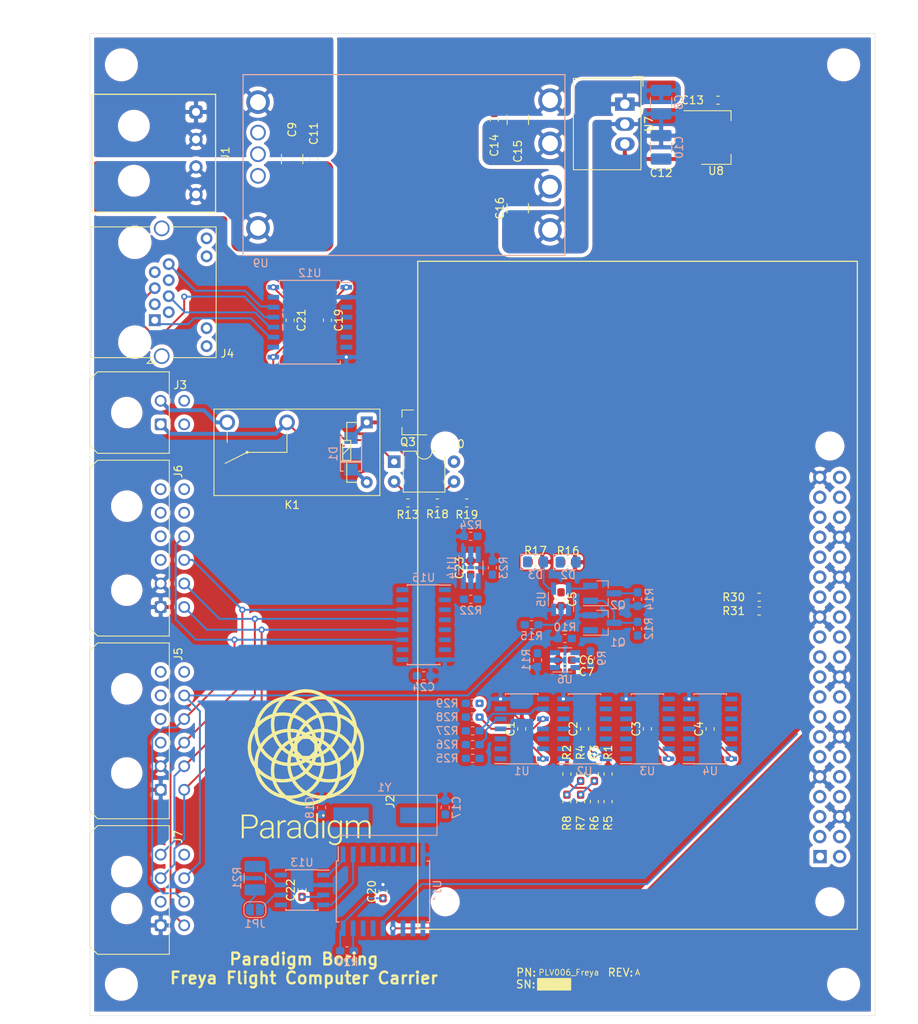
<source format=kicad_pcb>
(kicad_pcb (version 20171130) (host pcbnew "(5.1.0)-1")
  (layers (0 F.Cu signal) (31 B.Cu signal) (34 B.Paste user) (35 F.Paste user) (36 B.SilkS user) (37 F.SilkS user) (38 B.Mask user) (39 F.Mask user) (44 Edge.Cuts user))
  (net 0 "")
  (net 1 GND)
  (net 2 +5V)
  (net 3 +24V)
  (net 4 GNDA)
  (net 5 +28V)
  (net 6 +3V3)
  (net 7 "Net-(C17-Pad1)")
  (net 8 "Net-(C18-Pad1)")
  (net 9 +5VA)
  (net 10 "Net-(D1-Pad2)")
  (net 11 "Net-(D2-Pad2)")
  (net 12 "Net-(D2-Pad1)")
  (net 13 "Net-(D3-Pad1)")
  (net 14 /QB_BUFF)
  (net 15 "Net-(J2-Pad3)")
  (net 16 "Net-(J2-Pad5)")
  (net 17 /485_TX)
  (net 18 "Net-(J2-Pad7)")
  (net 19 /485_RX)
  (net 20 "Net-(J2-Pad12)")
  (net 21 "Net-(J2-Pad11)")
  (net 22 /CAN_nCS)
  (net 23 /485_DE)
  (net 24 /485_nRE)
  (net 25 /HEARTBEAT_ADDRESS_2)
  (net 26 /CAN_nRESET)
  (net 27 /HEARTBEAT_ADDRESS_3)
  (net 28 "Net-(J2-Pad13)")
  (net 29 "Net-(J2-Pad31)")
  (net 30 "Net-(J2-Pad27)")
  (net 31 /HEARTBEAT_ADDRESS_4)
  (net 32 "Net-(J2-Pad26)")
  (net 33 "Net-(J2-Pad29)")
  (net 34 /HEARTBEAT_RESTART)
  (net 35 "Net-(J2-Pad28)")
  (net 36 /HEARTBEAT_ADDRESS_1)
  (net 37 "Net-(J2-Pad37)")
  (net 38 /MCU_QB_INPUT)
  (net 39 "Net-(J2-Pad36)")
  (net 40 /CAN_MOSI)
  (net 41 /CAN_SCLK)
  (net 42 /CAN_MISO)
  (net 43 "Net-(J3-Pad1)")
  (net 44 "Net-(J3-Pad2)")
  (net 45 "Net-(J4-Pad1)")
  (net 46 "Net-(J4-Pad3)")
  (net 47 "Net-(J4-Pad5)")
  (net 48 "Net-(J4-Pad7)")
  (net 49 "Net-(J4-Pad2)")
  (net 50 "Net-(J4-Pad4)")
  (net 51 "Net-(J4-Pad6)")
  (net 52 "Net-(J4-Pad8)")
  (net 53 /CANL)
  (net 54 /CANH)
  (net 55 /QB)
  (net 56 "Net-(J5-Pad12)")
  (net 57 "Net-(J6-Pad12)")
  (net 58 "Net-(J7-Pad8)")
  (net 59 "Net-(JP1-Pad1)")
  (net 60 "Net-(Q1-Pad3)")
  (net 61 "Net-(Q1-Pad1)")
  (net 62 "Net-(R1-Pad2)")
  (net 63 "Net-(R2-Pad2)")
  (net 64 "Net-(R3-Pad2)")
  (net 65 "Net-(R4-Pad2)")
  (net 66 "Net-(R10-Pad1)")
  (net 67 "Net-(R11-Pad1)")
  (net 68 "Net-(R13-Pad1)")
  (net 69 /UHB_OUT)
  (net 70 "Net-(R22-Pad2)")
  (net 71 "Net-(R24-Pad1)")
  (net 72 /AvionicsHeartbeatTemplate/HEARTBEAT_INPUT_3)
  (net 73 /AvionicsHeartbeatTemplate/HEARTBEAT_INPUT_4)
  (net 74 /AvionicsHeartbeatTemplate/HEARTBEAT_INPUT_5)
  (net 75 /AvionicsHeartbeatTemplate/HEARTBEAT_INPUT_6)
  (net 76 /AvionicsHeartbeatTemplate/HEARTBEAT_INPUT_7)
  (net 77 "Net-(U1-Pad8)")
  (net 78 "Net-(U1-Pad6)")
  (net 79 "Net-(U2-Pad3)")
  (net 80 "Net-(U2-Pad4)")
  (net 81 "Net-(U2-Pad10)")
  (net 82 "Net-(U2-Pad11)")
  (net 83 "Net-(U3-Pad6)")
  (net 84 "Net-(U3-Pad5)")
  (net 85 "Net-(U9-PadB1)")
  (net 86 "Net-(U9-PadC1)")
  (net 87 "Net-(U9-PadD1)")
  (net 88 /CAN_TX)
  (net 89 /CAN_RX)
  (net 90 "Net-(U11-Pad3)")
  (net 91 "Net-(U11-Pad4)")
  (net 92 "Net-(U11-Pad5)")
  (net 93 "Net-(U11-Pad6)")
  (net 94 "Net-(U11-Pad10)")
  (net 95 "Net-(U11-Pad11)")
  (net 96 "Net-(U11-Pad12)")
  (net 97 "Net-(U13-Pad5)")
  (net 98 "Net-(U13-Pad8)")
  (net 99 "Net-(U14-Pad6)")
  (net 100 "Net-(U15-Pad3)")
  (net 101 "Net-(U15-Pad4)")
  (net 102 "Net-(U15-Pad5)")
  (net 103 "Net-(U15-Pad6)")
  (net 104 "Net-(U15-Pad15)")
  (module BoringFootprints:RPI4 (layer F.Cu) (at 160.25 130.25 270)
    (fp_text reference J2 (at -7 54.75 270) (layer F.SilkS))
    (fp_text value Raspberry_Pi_4)
    (pad 35 thru_hole circle (at -43.18 0.04 270) (size 1.7 1.7) (drill 1) (layers *.Cu *.Mask) (net 42 /CAN_MISO))
    (pad 39 thru_hole circle (at -48.26 0.04 270) (size 1.7 1.7) (drill 1) (layers *.Cu *.Mask) (net 1 GND))
    (pad 34 thru_hole circle (at -40.64 -2.5 270) (size 1.7 1.7) (drill 1) (layers *.Cu *.Mask) (net 1 GND))
    (pad 40 thru_hole circle (at -48.26 -2.5 270) (size 1.7 1.7) (drill 1) (layers *.Cu *.Mask) (net 41 /CAN_SCLK))
    (pad 38 thru_hole circle (at -45.72 -2.5 270) (size 1.7 1.7) (drill 1) (layers *.Cu *.Mask) (net 40 /CAN_MOSI))
    (pad 36 thru_hole circle (at -43.18 -2.5 270) (size 1.7 1.7) (drill 1) (layers *.Cu *.Mask) (net 39 "Net-(J2-Pad36)"))
    (pad 33 thru_hole circle (at -40.64 0.04 270) (size 1.7 1.7) (drill 1) (layers *.Cu *.Mask) (net 38 /MCU_QB_INPUT))
    (pad 37 thru_hole circle (at -45.72 0.04 270) (size 1.7 1.7) (drill 1) (layers *.Cu *.Mask) (net 37 "Net-(J2-Pad37)"))
    (pad 25 thru_hole circle (at -30.48 0.04 270) (size 1.7 1.7) (drill 1) (layers *.Cu *.Mask) (net 1 GND))
    (pad 24 thru_hole circle (at -27.94 -2.5 270) (size 1.7 1.7) (drill 1) (layers *.Cu *.Mask) (net 36 /HEARTBEAT_ADDRESS_1))
    (pad 28 thru_hole circle (at -33.02 -2.5 270) (size 1.7 1.7) (drill 1) (layers *.Cu *.Mask) (net 35 "Net-(J2-Pad28)"))
    (pad 32 thru_hole circle (at -38.1 -2.5 270) (size 1.7 1.7) (drill 1) (layers *.Cu *.Mask) (net 34 /HEARTBEAT_RESTART))
    (pad 30 thru_hole circle (at -35.56 -2.5 270) (size 1.7 1.7) (drill 1) (layers *.Cu *.Mask) (net 1 GND))
    (pad 29 thru_hole circle (at -35.56 0.04 270) (size 1.7 1.7) (drill 1) (layers *.Cu *.Mask) (net 33 "Net-(J2-Pad29)"))
    (pad 26 thru_hole circle (at -30.48 -2.5 270) (size 1.7 1.7) (drill 1) (layers *.Cu *.Mask) (net 32 "Net-(J2-Pad26)"))
    (pad 23 thru_hole circle (at -27.94 0.04 270) (size 1.7 1.7) (drill 1) (layers *.Cu *.Mask) (net 31 /HEARTBEAT_ADDRESS_4))
    (pad 27 thru_hole circle (at -33.02 0.04 270) (size 1.7 1.7) (drill 1) (layers *.Cu *.Mask) (net 30 "Net-(J2-Pad27)"))
    (pad 31 thru_hole circle (at -38.1 0.04 270) (size 1.7 1.7) (drill 1) (layers *.Cu *.Mask) (net 29 "Net-(J2-Pad31)"))
    (pad 13 thru_hole circle (at -15.24 0.04 270) (size 1.7 1.7) (drill 1) (layers *.Cu *.Mask) (net 28 "Net-(J2-Pad13)"))
    (pad 20 thru_hole circle (at -22.86 -2.5 270) (size 1.7 1.7) (drill 1) (layers *.Cu *.Mask) (net 1 GND))
    (pad 19 thru_hole circle (at -22.86 0.04 270) (size 1.7 1.7) (drill 1) (layers *.Cu *.Mask) (net 27 /HEARTBEAT_ADDRESS_3))
    (pad 16 thru_hole circle (at -17.78 -2.5 270) (size 1.7 1.7) (drill 1) (layers *.Cu *.Mask) (net 26 /CAN_nRESET))
    (pad 14 thru_hole circle (at -15.24 -2.5 270) (size 1.7 1.7) (drill 1) (layers *.Cu *.Mask) (net 1 GND))
    (pad 21 thru_hole circle (at -25.4 0.04 270) (size 1.7 1.7) (drill 1) (layers *.Cu *.Mask) (net 25 /HEARTBEAT_ADDRESS_2))
    (pad 17 thru_hole circle (at -20.32 0.04 270) (size 1.7 1.7) (drill 1) (layers *.Cu *.Mask) (net 6 +3V3))
    (pad 18 thru_hole circle (at -20.32 -2.5 270) (size 1.7 1.7) (drill 1) (layers *.Cu *.Mask) (net 24 /485_nRE))
    (pad 22 thru_hole circle (at -25.4 -2.5 270) (size 1.7 1.7) (drill 1) (layers *.Cu *.Mask) (net 23 /485_DE))
    (pad 15 thru_hole circle (at -17.78 0.04 270) (size 1.7 1.7) (drill 1) (layers *.Cu *.Mask) (net 22 /CAN_nCS))
    (pad 11 thru_hole circle (at -12.7 0.04 270) (size 1.7 1.7) (drill 1) (layers *.Cu *.Mask) (net 21 "Net-(J2-Pad11)"))
    (pad 12 thru_hole circle (at -12.7 -2.5 270) (size 1.7 1.7) (drill 1) (layers *.Cu *.Mask) (net 20 "Net-(J2-Pad12)"))
    (pad 10 thru_hole circle (at -10.16 -2.5 270) (size 1.7 1.7) (drill 1) (layers *.Cu *.Mask) (net 19 /485_RX))
    (pad 9 thru_hole circle (at -10.16 0.04 270) (size 1.7 1.7) (drill 1) (layers *.Cu *.Mask) (net 1 GND))
    (pad 7 thru_hole circle (at -7.62 0.04 270) (size 1.7 1.7) (drill 1) (layers *.Cu *.Mask) (net 18 "Net-(J2-Pad7)"))
    (pad 8 thru_hole circle (at -7.62 -2.5 270) (size 1.7 1.7) (drill 1) (layers *.Cu *.Mask) (net 17 /485_TX))
    (pad 6 thru_hole circle (at -5.08 -2.5 270) (size 1.7 1.7) (drill 1) (layers *.Cu *.Mask) (net 1 GND))
    (pad 5 thru_hole circle (at -5.08 0.04 270) (size 1.7 1.7) (drill 1) (layers *.Cu *.Mask) (net 16 "Net-(J2-Pad5)"))
    (pad 3 thru_hole circle (at -2.54 0.04 270) (size 1.7 1.7) (drill 1) (layers *.Cu *.Mask) (net 15 "Net-(J2-Pad3)"))
    (pad 4 thru_hole circle (at -2.54 -2.5 270) (size 1.7 1.7) (drill 1) (layers *.Cu *.Mask) (net 2 +5V))
    (pad 1 thru_hole rect (at 0 0 270) (size 1.7 1.7) (drill 1) (layers *.Cu *.Mask) (net 6 +3V3))
    (pad 2 thru_hole circle (at 0 -2.5 270) (size 1.7 1.7) (drill 1) (layers *.Cu *.Mask) (net 2 +5V))
    (pad "" np_thru_hole circle (at -52.25 47.75 270) (size 2.7 2.7) (drill 2.7) (layers *.Cu *.Mask))
    (pad "" np_thru_hole circle (at -52.25 -1.25 270) (size 2.7 2.7) (drill 2.7) (layers *.Cu *.Mask))
    (pad "" np_thru_hole circle (at 5.75 -1.25 270) (size 2.7 2.7) (drill 2.7) (layers *.Cu *.Mask))
    (pad "" np_thru_hole circle (at 5.75 47.75 270) (size 2.7 2.7) (drill 2.7) (layers *.Cu *.Mask))
  )
  (module BoringFootprints:Paradigm_Title_Block (layer F.Cu) (at 129 145)
    (fp_text reference REF**)
    (fp_text value Paradigm_Title_Block)
    (fp_text user SN: (at -6.25 1.5) (layer F.SilkS))
    (fp_text user "PN:            REV:" (at 0 0) (layer F.SilkS))
  )
  (module BoringFootprints:Paradigm_NameBelow_25.4mm (layer F.Cu) (at 94.75 119)
    (fp_text reference G*** hide)
    (fp_text value LOGO hide)
  )
  (module MountingHole:MountingHole_3.2mm_M3 (layer F.Cu) (at 71.25 146.5)
    (fp_text reference REF**)
    (fp_text value MountingHole_3.2mm_M3)
    (pad 1 np_thru_hole circle (at 0 0) (size 3.2 3.2) (drill 3.2) (layers *.Cu *.Mask))
  )
  (module MountingHole:MountingHole_3.2mm_M3 (layer F.Cu) (at 71.25 29.5)
    (fp_text reference REF**)
    (fp_text value MountingHole_3.2mm_M3)
    (pad 1 np_thru_hole circle (at 0 0) (size 3.2 3.2) (drill 3.2) (layers *.Cu *.Mask))
  )
  (module MountingHole:MountingHole_3.2mm_M3 (layer F.Cu) (at 163.25 146.5)
    (fp_text reference REF**)
    (fp_text value MountingHole_3.2mm_M3)
    (pad 1 np_thru_hole circle (at 0 0) (size 3.2 3.2) (drill 3.2) (layers *.Cu *.Mask))
  )
  (module MountingHole:MountingHole_3.2mm_M3 (layer F.Cu) (at 163.25 29.5)
    (fp_text reference REF**)
    (fp_text value MountingHole_3.2mm_M3)
    (pad 1 np_thru_hole circle (at 0 0) (size 3.2 3.2) (drill 3.2) (layers *.Cu *.Mask))
  )
  (module Capacitor_SMD:C_0603_1608Metric_Pad1.05x0.95mm_HandSolder (layer F.Cu) (at 122.25 114 90)
    (fp_text reference C1 (at 0 -1.43 90) (layer F.SilkS))
    (fp_text value 0.1uF)
    (pad 2 smd roundrect (at 0.875 0 90) (size 1.05 0.95) (layers F.Cu F.Paste F.Mask) (net 1 GND))
    (pad 1 smd roundrect (at -0.875 0 90) (size 1.05 0.95) (layers F.Cu F.Paste F.Mask) (net 2 +5V))
  )
  (module Capacitor_SMD:C_0603_1608Metric_Pad1.05x0.95mm_HandSolder (layer F.Cu) (at 130.25 114 90)
    (fp_text reference C2 (at 0 -1.43 90) (layer F.SilkS))
    (fp_text value 0.1uF)
    (pad 1 smd roundrect (at -0.875 0 90) (size 1.05 0.95) (layers F.Cu F.Paste F.Mask) (net 2 +5V))
    (pad 2 smd roundrect (at 0.875 0 90) (size 1.05 0.95) (layers F.Cu F.Paste F.Mask) (net 1 GND))
  )
  (module Capacitor_SMD:C_0603_1608Metric_Pad1.05x0.95mm_HandSolder (layer F.Cu) (at 138.25 114 90)
    (fp_text reference C3 (at 0 -1.43 90) (layer F.SilkS))
    (fp_text value 0.1uF)
    (pad 2 smd roundrect (at 0.875 0 90) (size 1.05 0.95) (layers F.Cu F.Paste F.Mask) (net 1 GND))
    (pad 1 smd roundrect (at -0.875 0 90) (size 1.05 0.95) (layers F.Cu F.Paste F.Mask) (net 2 +5V))
  )
  (module Capacitor_SMD:C_0603_1608Metric_Pad1.05x0.95mm_HandSolder (layer F.Cu) (at 146.25 114 90)
    (fp_text reference C4 (at 0 -1.43 90) (layer F.SilkS))
    (fp_text value 0.1uF)
    (pad 2 smd roundrect (at 0.875 0 90) (size 1.05 0.95) (layers F.Cu F.Paste F.Mask) (net 1 GND))
    (pad 1 smd roundrect (at -0.875 0 90) (size 1.05 0.95) (layers F.Cu F.Paste F.Mask) (net 2 +5V))
  )
  (module Capacitor_SMD:C_0603_1608Metric_Pad1.05x0.95mm_HandSolder (layer F.Cu) (at 127.25 97.5 270)
    (fp_text reference C5 (at 0 -1.43 270) (layer F.SilkS))
    (fp_text value 0.1uF)
    (pad 1 smd roundrect (at -0.875 0 270) (size 1.05 0.95) (layers F.Cu F.Paste F.Mask) (net 2 +5V))
    (pad 2 smd roundrect (at 0.875 0 270) (size 1.05 0.95) (layers F.Cu F.Paste F.Mask) (net 1 GND))
  )
  (module Capacitor_SMD:C_0603_1608Metric_Pad1.05x0.95mm_HandSolder (layer F.Cu) (at 127.75 105.25 180)
    (fp_text reference C6 (at -2.75 0 180) (layer F.SilkS))
    (fp_text value 0.1uF)
    (pad 2 smd roundrect (at 0.875 0 180) (size 1.05 0.95) (layers F.Cu F.Paste F.Mask) (net 1 GND))
    (pad 1 smd roundrect (at -0.875 0 180) (size 1.05 0.95) (layers F.Cu F.Paste F.Mask) (net 2 +5V))
  )
  (module Capacitor_SMD:C_0603_1608Metric_Pad1.05x0.95mm_HandSolder (layer F.Cu) (at 127.75 106.75 180)
    (fp_text reference C7 (at -2.75 0 180) (layer F.SilkS))
    (fp_text value 1uF)
    (pad 1 smd roundrect (at -0.875 0 180) (size 1.05 0.95) (layers F.Cu F.Paste F.Mask) (net 2 +5V))
    (pad 2 smd roundrect (at 0.875 0 180) (size 1.05 0.95) (layers F.Cu F.Paste F.Mask) (net 1 GND))
  )
  (module Capacitor_SMD:C_1210_3225Metric_Pad1.42x2.65mm_HandSolder (layer B.Cu) (at 140 34.25 270)
    (fp_text reference C8 (at 0 -2.25 270) (layer B.SilkS) (effects (justify mirror)))
    (fp_text value 10uF)
    (pad 2 smd roundrect (at 1.4875 0 270) (size 1.425 2.65) (layers B.Cu B.Paste B.Mask) (roundrect_rratio 0.175439) (net 1 GND))
    (pad 1 smd roundrect (at -1.4875 0 270) (size 1.425 2.65) (layers B.Cu B.Paste B.Mask) (roundrect_rratio 0.175439) (net 3 +24V))
  )
  (module Capacitor_SMD:C_1210_3225Metric_Pad1.42x2.65mm_HandSolder (layer F.Cu) (at 93 41.5 90)
    (fp_text reference C9 (at 3.75 0 90) (layer F.SilkS))
    (fp_text value 10uF)
    (pad 2 smd roundrect (at 1.4875 0 90) (size 1.425 2.65) (layers F.Cu F.Paste F.Mask) (roundrect_rratio 0.175439) (net 4 GNDA))
    (pad 1 smd roundrect (at -1.4875 0 90) (size 1.425 2.65) (layers F.Cu F.Paste F.Mask) (roundrect_rratio 0.175439) (net 5 +28V))
  )
  (module Capacitor_SMD:C_1210_3225Metric_Pad1.42x2.65mm_HandSolder (layer B.Cu) (at 140 40 90)
    (fp_text reference C10 (at 0 2.28 90) (layer B.SilkS) (effects (justify mirror)))
    (fp_text value 10uF)
    (pad 1 smd roundrect (at -1.4875 0 90) (size 1.425 2.65) (layers B.Cu B.Paste B.Mask) (roundrect_rratio 0.175439) (net 2 +5V))
    (pad 2 smd roundrect (at 1.4875 0 90) (size 1.425 2.65) (layers B.Cu B.Paste B.Mask) (roundrect_rratio 0.175439) (net 1 GND))
  )
  (module Capacitor_SMD:C_0603_1608Metric_Pad1.05x0.95mm_HandSolder (layer F.Cu) (at 95.75 41.5 90)
    (fp_text reference C11 (at 3.25 0 90) (layer F.SilkS))
    (fp_text value 1uF)
    (pad 1 smd roundrect (at -0.875 0 90) (size 1.05 0.95) (layers F.Cu F.Paste F.Mask) (net 5 +28V))
    (pad 2 smd roundrect (at 0.875 0 90) (size 1.05 0.95) (layers F.Cu F.Paste F.Mask) (net 4 GNDA))
  )
  (module Capacitor_SMD:C_1210_3225Metric_Pad1.42x2.65mm_HandSolder (layer F.Cu) (at 140 40 90)
    (fp_text reference C12 (at -3.25 0 180) (layer F.SilkS))
    (fp_text value 10uF)
    (pad 1 smd roundrect (at -1.4875 0 90) (size 1.425 2.65) (layers F.Cu F.Paste F.Mask) (roundrect_rratio 0.175439) (net 2 +5V))
    (pad 2 smd roundrect (at 1.4875 0 90) (size 1.425 2.65) (layers F.Cu F.Paste F.Mask) (roundrect_rratio 0.175439) (net 1 GND))
  )
  (module Capacitor_SMD:C_0603_1608Metric_Pad1.05x0.95mm_HandSolder (layer F.Cu) (at 147.25 34 180)
    (fp_text reference C13 (at 3.25 0 180) (layer F.SilkS))
    (fp_text value 0.1uF)
    (pad 2 smd roundrect (at 0.875 0 180) (size 1.05 0.95) (layers F.Cu F.Paste F.Mask) (net 1 GND))
    (pad 1 smd roundrect (at -0.875 0 180) (size 1.05 0.95) (layers F.Cu F.Paste F.Mask) (net 6 +3V3))
  )
  (module Capacitor_SMD:C_0603_1608Metric_Pad1.05x0.95mm_HandSolder (layer F.Cu) (at 118.75 36.5 90)
    (fp_text reference C14 (at -3.25 0 90) (layer F.SilkS))
    (fp_text value 1uF)
    (pad 1 smd roundrect (at -0.875 0 90) (size 1.05 0.95) (layers F.Cu F.Paste F.Mask) (net 3 +24V))
    (pad 2 smd roundrect (at 0.875 0 90) (size 1.05 0.95) (layers F.Cu F.Paste F.Mask) (net 1 GND))
  )
  (module Capacitor_SMD:C_1210_3225Metric_Pad1.42x2.65mm_HandSolder (layer F.Cu) (at 121.75 36.5 90)
    (fp_text reference C15 (at -4 0 90) (layer F.SilkS))
    (fp_text value 10uF)
    (pad 1 smd roundrect (at -1.4875 0 90) (size 1.425 2.65) (layers F.Cu F.Paste F.Mask) (roundrect_rratio 0.175439) (net 3 +24V))
    (pad 2 smd roundrect (at 1.4875 0 90) (size 1.425 2.65) (layers F.Cu F.Paste F.Mask) (roundrect_rratio 0.175439) (net 1 GND))
  )
  (module Capacitor_SMD:C_1210_3225Metric_Pad1.42x2.65mm_HandSolder (layer F.Cu) (at 121.7375 47.75 90)
    (fp_text reference C16 (at 0 -2.28 90) (layer F.SilkS))
    (fp_text value 10uF)
    (pad 2 smd roundrect (at 1.4875 0 90) (size 1.425 2.65) (layers F.Cu F.Paste F.Mask) (roundrect_rratio 0.175439) (net 1 GND))
    (pad 1 smd roundrect (at -1.4875 0 90) (size 1.425 2.65) (layers F.Cu F.Paste F.Mask) (roundrect_rratio 0.175439) (net 3 +24V))
  )
  (module Capacitor_SMD:C_0603_1608Metric_Pad1.05x0.95mm_HandSolder (layer B.Cu) (at 112.5 124 90)
    (fp_text reference C17 (at 0 1.43 90) (layer B.SilkS) (effects (justify mirror)))
    (fp_text value 18pF)
    (pad 2 smd roundrect (at 0.875 0 90) (size 1.05 0.95) (layers B.Cu B.Paste B.Mask) (net 1 GND))
    (pad 1 smd roundrect (at -0.875 0 90) (size 1.05 0.95) (layers B.Cu B.Paste B.Mask) (net 7 "Net-(C17-Pad1)"))
  )
  (module Capacitor_SMD:C_0603_1608Metric_Pad1.05x0.95mm_HandSolder (layer B.Cu) (at 96.75 124 90)
    (fp_text reference C18 (at 0 -1.5 90) (layer B.SilkS) (effects (justify mirror)))
    (fp_text value 18pF)
    (pad 1 smd roundrect (at -0.875 0 90) (size 1.05 0.95) (layers B.Cu B.Paste B.Mask) (net 8 "Net-(C18-Pad1)"))
    (pad 2 smd roundrect (at 0.875 0 90) (size 1.05 0.95) (layers B.Cu B.Paste B.Mask) (net 1 GND))
  )
  (module Capacitor_SMD:C_0603_1608Metric_Pad1.05x0.95mm_HandSolder (layer F.Cu) (at 97.5 62 270)
    (fp_text reference C19 (at 0 -1.43 270) (layer F.SilkS))
    (fp_text value 0.1uF)
    (pad 2 smd roundrect (at 0.875 0 270) (size 1.05 0.95) (layers F.Cu F.Paste F.Mask) (net 1 GND))
    (pad 1 smd roundrect (at -0.875 0 270) (size 1.05 0.95) (layers F.Cu F.Paste F.Mask) (net 6 +3V3))
  )
  (module Capacitor_SMD:C_0603_1608Metric_Pad1.05x0.95mm_HandSolder (layer F.Cu) (at 104.575001 134.685001 90)
    (fp_text reference C20 (at 0 -1.43 90) (layer F.SilkS))
    (fp_text value 0.1uF)
    (pad 2 smd roundrect (at 0.875 0 90) (size 1.05 0.95) (layers F.Cu F.Paste F.Mask) (net 1 GND))
    (pad 1 smd roundrect (at -0.875 0 90) (size 1.05 0.95) (layers F.Cu F.Paste F.Mask) (net 6 +3V3))
  )
  (module Capacitor_SMD:C_0603_1608Metric_Pad1.05x0.95mm_HandSolder (layer F.Cu) (at 92.75 62 270)
    (fp_text reference C21 (at 0 -1.43 270) (layer F.SilkS))
    (fp_text value 0.1uF)
    (pad 1 smd roundrect (at -0.875 0 270) (size 1.05 0.95) (layers F.Cu F.Paste F.Mask) (net 9 +5VA))
    (pad 2 smd roundrect (at 0.875 0 270) (size 1.05 0.95) (layers F.Cu F.Paste F.Mask) (net 4 GNDA))
  )
  (module Capacitor_SMD:C_0603_1608Metric_Pad1.05x0.95mm_HandSolder (layer F.Cu) (at 94.25 134.5 90)
    (fp_text reference C22 (at 0 -1.43 90) (layer F.SilkS))
    (fp_text value 0.1uF)
    (pad 1 smd roundrect (at -0.875 0 90) (size 1.05 0.95) (layers F.Cu F.Paste F.Mask) (net 6 +3V3))
    (pad 2 smd roundrect (at 0.875 0 90) (size 1.05 0.95) (layers F.Cu F.Paste F.Mask) (net 1 GND))
  )
  (module Capacitor_SMD:C_0603_1608Metric_Pad1.05x0.95mm_HandSolder (layer F.Cu) (at 115.75 93.5 90)
    (fp_text reference C23 (at 0 -1.43 90) (layer F.SilkS))
    (fp_text value 0.1uF)
    (pad 1 smd roundrect (at -0.875 0 90) (size 1.05 0.95) (layers F.Cu F.Paste F.Mask) (net 2 +5V))
    (pad 2 smd roundrect (at 0.875 0 90) (size 1.05 0.95) (layers F.Cu F.Paste F.Mask) (net 1 GND))
  )
  (module Capacitor_SMD:C_0603_1608Metric_Pad1.05x0.95mm_HandSolder (layer B.Cu) (at 109.75 107.25)
    (fp_text reference C24 (at 0 1.43) (layer B.SilkS) (effects (justify mirror)))
    (fp_text value 0.1uF)
    (pad 2 smd roundrect (at 0.875 0) (size 1.05 0.95) (layers B.Cu B.Paste B.Mask) (net 1 GND))
    (pad 1 smd roundrect (at -0.875 0) (size 1.05 0.95) (layers B.Cu B.Paste B.Mask) (net 2 +5V))
  )
  (module BoringFootprints:DO-221AC (layer B.Cu) (at 100.5 79 90)
    (fp_text reference D1 (at 0 -2.25 90) (layer B.SilkS) (effects (justify mirror)))
    (fp_text value D_Schottky)
    (pad 1 smd rect (at -2.01 0 90) (size 1.5 1.7) (layers B.Cu B.Paste B.Mask) (net 3 +24V))
    (pad 2 smd rect (at 2.01 0 90) (size 1.5 1.7) (layers B.Cu B.Paste B.Mask) (net 10 "Net-(D1-Pad2)"))
  )
  (module LED_SMD:LED_0805_2012Metric_Pad1.15x1.40mm_HandSolder (layer B.Cu) (at 128.160001 92.779999)
    (fp_text reference D2 (at 0 1.65) (layer B.SilkS) (effects (justify mirror)))
    (fp_text value GREEN)
    (pad 2 smd roundrect (at 1.025 0) (size 1.15 1.4) (layers B.Cu B.Paste B.Mask) (roundrect_rratio 0.217391) (net 11 "Net-(D2-Pad2)"))
    (pad 1 smd roundrect (at -1.025 0) (size 1.15 1.4) (layers B.Cu B.Paste B.Mask) (roundrect_rratio 0.217391) (net 12 "Net-(D2-Pad1)"))
  )
  (module LED_SMD:LED_0805_2012Metric_Pad1.15x1.40mm_HandSolder (layer B.Cu) (at 124 92.75)
    (fp_text reference D3 (at 0 1.65) (layer B.SilkS) (effects (justify mirror)))
    (fp_text value BLUE)
    (pad 1 smd roundrect (at -1.025 0) (size 1.15 1.4) (layers B.Cu B.Paste B.Mask) (roundrect_rratio 0.217391) (net 13 "Net-(D3-Pad1)"))
    (pad 2 smd roundrect (at 1.025 0) (size 1.15 1.4) (layers B.Cu B.Paste B.Mask) (roundrect_rratio 0.217391) (net 14 /QB_BUFF))
  )
  (module BoringFootprints:Molex_Ultra-Fit_172310-1204_1x04 (layer F.Cu) (at 80.75 40.75 270)
    (fp_text reference J1 (at 0 -3.75 270) (layer F.SilkS))
    (fp_text value POW_IN)
    (pad 1 thru_hole roundrect (at -5.25 0 270) (size 1.7 1.7) (drill 1.02) (layers *.Cu *.Mask) (net 4 GNDA))
    (pad 2 thru_hole circle (at -1.75 0 270) (size 1.7 1.7) (drill 1.02) (layers *.Cu *.Mask) (net 4 GNDA))
    (pad 3 thru_hole circle (at 1.75 0 270) (size 1.7 1.7) (drill 1.02) (layers *.Cu *.Mask) (net 5 +28V))
    (pad 4 thru_hole circle (at 5.25 0 270) (size 1.7 1.7) (drill 1.02) (layers *.Cu *.Mask) (net 5 +28V))
    (pad "" np_thru_hole circle (at -3.5 7.91 270) (size 3.05 3.05) (drill 3.05) (layers *.Cu *.Mask))
    (pad "" np_thru_hole circle (at 3.5 7.91 270) (size 3.05 3.05) (drill 3.05) (layers *.Cu *.Mask))
  )
  (module Connector_Molex:Molex_Micro-Fit_3.0_43045-0400_2x02_P3.00mm_Horizontal (layer F.Cu) (at 76.25 75.25 90)
    (fp_text reference J3 (at 5 2.5 180) (layer F.SilkS))
    (fp_text value UHB)
    (pad "" np_thru_hole circle (at 1.5 -4.32 90) (size 3 3) (drill 3) (layers *.Cu *.Mask))
    (pad 1 thru_hole roundrect (at 0 0 90) (size 1.5 1.5) (drill 1.02) (layers *.Cu *.Mask) (roundrect_rratio 0.166667) (net 43 "Net-(J3-Pad1)"))
    (pad 2 thru_hole circle (at 3 0 90) (size 1.5 1.5) (drill 1.02) (layers *.Cu *.Mask) (net 44 "Net-(J3-Pad2)"))
    (pad 3 thru_hole circle (at 0 3 90) (size 1.5 1.5) (drill 1.02) (layers *.Cu *.Mask))
    (pad 4 thru_hole circle (at 3 3 90) (size 1.5 1.5) (drill 1.02) (layers *.Cu *.Mask))
  )
  (module Connector_RJ:RJ45_Amphenol_RJHSE538X (layer F.Cu) (at 75.5 62 90)
    (fp_text reference J4 (at -4.25 9.25 180) (layer F.SilkS))
    (fp_text value RJ45)
    (pad 1 thru_hole rect (at 0 0 90) (size 1.5 1.5) (drill 0.89) (layers *.Cu *.Mask) (net 45 "Net-(J4-Pad1)"))
    (pad 3 thru_hole circle (at 2.04 0 90) (size 1.5 1.5) (drill 0.89) (layers *.Cu *.Mask) (net 46 "Net-(J4-Pad3)"))
    (pad 5 thru_hole circle (at 4.08 0 90) (size 1.5 1.5) (drill 0.89) (layers *.Cu *.Mask) (net 47 "Net-(J4-Pad5)"))
    (pad 7 thru_hole circle (at 6.12 0 90) (size 1.5 1.5) (drill 0.89) (layers *.Cu *.Mask) (net 48 "Net-(J4-Pad7)"))
    (pad 2 thru_hole circle (at 1.02 1.78 90) (size 1.5 1.5) (drill 0.89) (layers *.Cu *.Mask) (net 49 "Net-(J4-Pad2)"))
    (pad 4 thru_hole circle (at 3.06 1.78 90) (size 1.5 1.5) (drill 0.89) (layers *.Cu *.Mask) (net 50 "Net-(J4-Pad4)"))
    (pad 6 thru_hole circle (at 5.1 1.78 90) (size 1.5 1.5) (drill 0.89) (layers *.Cu *.Mask) (net 51 "Net-(J4-Pad6)"))
    (pad 8 thru_hole circle (at 7.14 1.78 90) (size 1.5 1.5) (drill 0.89) (layers *.Cu *.Mask) (net 52 "Net-(J4-Pad8)"))
    (pad "" np_thru_hole circle (at -2.79 -2.54 90) (size 3.25 3.25) (drill 3.25) (layers *.Cu *.Mask))
    (pad "" np_thru_hole circle (at 9.91 -2.54 90) (size 3.25 3.25) (drill 3.25) (layers *.Cu *.Mask))
    (pad SH thru_hole circle (at 11.69 0.89 90) (size 2 2) (drill 1.57) (layers *.Cu *.Mask))
    (pad SH thru_hole circle (at -4.57 0.89 90) (size 2 2) (drill 1.57) (layers *.Cu *.Mask))
    (pad 9 thru_hole circle (at -3.3 6.6 90) (size 1.5 1.5) (drill 0.89) (layers *.Cu *.Mask))
    (pad 10 thru_hole circle (at -1.01 6.6 90) (size 1.5 1.5) (drill 0.89) (layers *.Cu *.Mask))
    (pad 11 thru_hole circle (at 8.13 6.6 90) (size 1.5 1.5) (drill 0.89) (layers *.Cu *.Mask))
    (pad 12 thru_hole circle (at 10.42 6.6 90) (size 1.5 1.5) (drill 0.89) (layers *.Cu *.Mask))
  )
  (module Connector_Molex:Molex_Micro-Fit_3.0_43045-1200_2x06_P3.00mm_Horizontal (layer F.Cu) (at 76.25 121.75 90)
    (fp_text reference J5 (at 17.25 2.25 90) (layer F.SilkS))
    (fp_text value NAV)
    (pad "" np_thru_hole circle (at 2.14 -4.32 90) (size 3 3) (drill 3) (layers *.Cu *.Mask))
    (pad "" np_thru_hole circle (at 12.84 -4.32 90) (size 3 3) (drill 3) (layers *.Cu *.Mask))
    (pad 1 thru_hole roundrect (at 0 0 90) (size 1.5 1.5) (drill 1.02) (layers *.Cu *.Mask) (roundrect_rratio 0.166667) (net 1 GND))
    (pad 2 thru_hole circle (at 3 0 90) (size 1.5 1.5) (drill 1.02) (layers *.Cu *.Mask) (net 1 GND))
    (pad 3 thru_hole circle (at 6 0 90) (size 1.5 1.5) (drill 1.02) (layers *.Cu *.Mask) (net 3 +24V))
    (pad 4 thru_hole circle (at 9 0 90) (size 1.5 1.5) (drill 1.02) (layers *.Cu *.Mask) (net 3 +24V))
    (pad 5 thru_hole circle (at 12 0 90) (size 1.5 1.5) (drill 1.02) (layers *.Cu *.Mask) (net 53 /CANL))
    (pad 6 thru_hole circle (at 15 0 90) (size 1.5 1.5) (drill 1.02) (layers *.Cu *.Mask) (net 54 /CANH))
    (pad 7 thru_hole circle (at 0 3 90) (size 1.5 1.5) (drill 1.02) (layers *.Cu *.Mask) (net 27 /HEARTBEAT_ADDRESS_3))
    (pad 8 thru_hole circle (at 3 3 90) (size 1.5 1.5) (drill 1.02) (layers *.Cu *.Mask) (net 25 /HEARTBEAT_ADDRESS_2))
    (pad 9 thru_hole circle (at 6 3 90) (size 1.5 1.5) (drill 1.02) (layers *.Cu *.Mask) (net 36 /HEARTBEAT_ADDRESS_1))
    (pad 10 thru_hole circle (at 9 3 90) (size 1.5 1.5) (drill 1.02) (layers *.Cu *.Mask) (net 31 /HEARTBEAT_ADDRESS_4))
    (pad 11 thru_hole circle (at 12 3 90) (size 1.5 1.5) (drill 1.02) (layers *.Cu *.Mask) (net 55 /QB))
    (pad 12 thru_hole circle (at 15 3 90) (size 1.5 1.5) (drill 1.02) (layers *.Cu *.Mask) (net 56 "Net-(J5-Pad12)"))
  )
  (module Connector_Molex:Molex_Micro-Fit_3.0_43045-1200_2x06_P3.00mm_Horizontal (layer F.Cu) (at 76.25 98.5 90)
    (fp_text reference J6 (at 17.25 2.25 90) (layer F.SilkS))
    (fp_text value SENSE/ACT)
    (pad 12 thru_hole circle (at 15 3 90) (size 1.5 1.5) (drill 1.02) (layers *.Cu *.Mask) (net 57 "Net-(J6-Pad12)"))
    (pad 11 thru_hole circle (at 12 3 90) (size 1.5 1.5) (drill 1.02) (layers *.Cu *.Mask) (net 55 /QB))
    (pad 10 thru_hole circle (at 9 3 90) (size 1.5 1.5) (drill 1.02) (layers *.Cu *.Mask) (net 31 /HEARTBEAT_ADDRESS_4))
    (pad 9 thru_hole circle (at 6 3 90) (size 1.5 1.5) (drill 1.02) (layers *.Cu *.Mask) (net 36 /HEARTBEAT_ADDRESS_1))
    (pad 8 thru_hole circle (at 3 3 90) (size 1.5 1.5) (drill 1.02) (layers *.Cu *.Mask) (net 25 /HEARTBEAT_ADDRESS_2))
    (pad 7 thru_hole circle (at 0 3 90) (size 1.5 1.5) (drill 1.02) (layers *.Cu *.Mask) (net 27 /HEARTBEAT_ADDRESS_3))
    (pad 6 thru_hole circle (at 15 0 90) (size 1.5 1.5) (drill 1.02) (layers *.Cu *.Mask) (net 54 /CANH))
    (pad 5 thru_hole circle (at 12 0 90) (size 1.5 1.5) (drill 1.02) (layers *.Cu *.Mask) (net 53 /CANL))
    (pad 4 thru_hole circle (at 9 0 90) (size 1.5 1.5) (drill 1.02) (layers *.Cu *.Mask) (net 3 +24V))
    (pad 3 thru_hole circle (at 6 0 90) (size 1.5 1.5) (drill 1.02) (layers *.Cu *.Mask) (net 3 +24V))
    (pad 2 thru_hole circle (at 3 0 90) (size 1.5 1.5) (drill 1.02) (layers *.Cu *.Mask) (net 1 GND))
    (pad 1 thru_hole roundrect (at 0 0 90) (size 1.5 1.5) (drill 1.02) (layers *.Cu *.Mask) (roundrect_rratio 0.166667) (net 1 GND))
    (pad "" np_thru_hole circle (at 12.84 -4.32 90) (size 3 3) (drill 3) (layers *.Cu *.Mask))
    (pad "" np_thru_hole circle (at 2.14 -4.32 90) (size 3 3) (drill 3) (layers *.Cu *.Mask))
  )
  (module Connector_Molex:Molex_Micro-Fit_3.0_43045-0800_2x04_P3.00mm_Horizontal (layer F.Cu) (at 76.25 139 90)
    (fp_text reference J7 (at 11.25 2.25 90) (layer F.SilkS))
    (fp_text value QBI)
    (pad "" np_thru_hole circle (at 2.14 -4.32 90) (size 3 3) (drill 3) (layers *.Cu *.Mask))
    (pad "" np_thru_hole circle (at 6.84 -4.32 90) (size 3 3) (drill 3) (layers *.Cu *.Mask))
    (pad 1 thru_hole roundrect (at 0 0 90) (size 1.5 1.5) (drill 1.02) (layers *.Cu *.Mask) (roundrect_rratio 0.166667) (net 1 GND))
    (pad 2 thru_hole circle (at 3 0 90) (size 1.5 1.5) (drill 1.02) (layers *.Cu *.Mask) (net 3 +24V))
    (pad 3 thru_hole circle (at 6 0 90) (size 1.5 1.5) (drill 1.02) (layers *.Cu *.Mask) (net 27 /HEARTBEAT_ADDRESS_3))
    (pad 4 thru_hole circle (at 9 0 90) (size 1.5 1.5) (drill 1.02) (layers *.Cu *.Mask) (net 25 /HEARTBEAT_ADDRESS_2))
    (pad 5 thru_hole circle (at 0 3 90) (size 1.5 1.5) (drill 1.02) (layers *.Cu *.Mask) (net 36 /HEARTBEAT_ADDRESS_1))
    (pad 6 thru_hole circle (at 3 3 90) (size 1.5 1.5) (drill 1.02) (layers *.Cu *.Mask) (net 31 /HEARTBEAT_ADDRESS_4))
    (pad 7 thru_hole circle (at 6 3 90) (size 1.5 1.5) (drill 1.02) (layers *.Cu *.Mask) (net 55 /QB))
    (pad 8 thru_hole circle (at 9 3 90) (size 1.5 1.5) (drill 1.02) (layers *.Cu *.Mask) (net 58 "Net-(J7-Pad8)"))
  )
  (module Jumper:SolderJumper-2_P1.3mm_Open_RoundedPad1.0x1.5mm (layer B.Cu) (at 88.25 137)
    (fp_text reference JP1 (at 0 1.8) (layer B.SilkS) (effects (justify mirror)))
    (fp_text value CAN_TERM)
    (pad 1 smd custom (at -0.65 0) (size 1 0.5) (layers B.Cu B.Mask) (net 59 "Net-(JP1-Pad1)") (options (clearance outline) (anchor rect)) (primitives (gr_circle (center 0 -0.25) (end 0.5 -0.25) (width 0)) (gr_circle (center 0 0.25) (end 0.5 0.25) (width 0)) (gr_poly (pts (xy 0 0.75) (xy 0.5 0.75) (xy 0.5 -0.75) (xy 0 -0.75)) (width 0))))
    (pad 2 smd custom (at 0.65 0) (size 1 0.5) (layers B.Cu B.Mask) (net 53 /CANL) (options (clearance outline) (anchor rect)) (primitives (gr_circle (center 0 -0.25) (end 0.5 -0.25) (width 0)) (gr_circle (center 0 0.25) (end 0.5 0.25) (width 0)) (gr_poly (pts (xy 0 0.75) (xy -0.5 0.75) (xy -0.5 -0.75) (xy 0 -0.75)) (width 0))))
  )
  (module Relay_THT:Relay_SPST_Omron-G5Q-1A (layer F.Cu) (at 102.5 75 180)
    (fp_text reference K1 (at 9.5 -10.5) (layer F.SilkS))
    (fp_text value G5Q-1A)
    (pad 1 thru_hole rect (at 0 0) (size 1.52 1.52) (drill 0.76) (layers *.Cu *.Mask) (net 10 "Net-(D1-Pad2)"))
    (pad 2 thru_hole circle (at 10.16 0) (size 2 2) (drill 1.3) (layers *.Cu *.Mask) (net 43 "Net-(J3-Pad1)"))
    (pad 3 thru_hole circle (at 17.78 0) (size 2 2) (drill 1.3) (layers *.Cu *.Mask) (net 44 "Net-(J3-Pad2)"))
    (pad 5 thru_hole circle (at 0 -7.62) (size 1.52 1.52) (drill 0.76) (layers *.Cu *.Mask) (net 3 +24V))
  )
  (module Package_TO_SOT_SMD:SOT-23_Handsoldering (layer B.Cu) (at 132.5 100.5)
    (fp_text reference Q1 (at 2 2.5) (layer B.SilkS) (effects (justify mirror)))
    (fp_text value DMG2302UK-7)
    (pad 3 smd rect (at 1.5 0) (size 1.9 0.8) (layers B.Cu B.Paste B.Mask) (net 60 "Net-(Q1-Pad3)"))
    (pad 2 smd rect (at -1.5 -0.95) (size 1.9 0.8) (layers B.Cu B.Paste B.Mask) (net 1 GND))
    (pad 1 smd rect (at -1.5 0.95) (size 1.9 0.8) (layers B.Cu B.Paste B.Mask) (net 61 "Net-(Q1-Pad1)"))
  )
  (module Package_TO_SOT_SMD:SOT-23_Handsoldering (layer B.Cu) (at 132.5 96.75)
    (fp_text reference Q2 (at 2 1.5) (layer B.SilkS) (effects (justify mirror)))
    (fp_text value DMP2123L-7)
    (pad 1 smd rect (at -1.5 0.95) (size 1.9 0.8) (layers B.Cu B.Paste B.Mask) (net 60 "Net-(Q1-Pad3)"))
    (pad 2 smd rect (at -1.5 -0.95) (size 1.9 0.8) (layers B.Cu B.Paste B.Mask) (net 2 +5V))
    (pad 3 smd rect (at 1.5 0) (size 1.9 0.8) (layers B.Cu B.Paste B.Mask) (net 55 /QB))
  )
  (module Package_TO_SOT_SMD:SOT-23_Handsoldering (layer F.Cu) (at 107.75 75 180)
    (fp_text reference Q3 (at 0 -2.5 180) (layer F.SilkS))
    (fp_text value Q_NMOS_GSD)
    (pad 1 smd rect (at -1.5 -0.95 180) (size 1.9 0.8) (layers F.Cu F.Paste F.Mask) (net 14 /QB_BUFF))
    (pad 2 smd rect (at -1.5 0.95 180) (size 1.9 0.8) (layers F.Cu F.Paste F.Mask) (net 1 GND))
    (pad 3 smd rect (at 1.5 0 180) (size 1.9 0.8) (layers F.Cu F.Paste F.Mask) (net 10 "Net-(D1-Pad2)"))
  )
  (module Resistor_SMD:R_0603_1608Metric_Pad1.05x0.95mm_HandSolder (layer F.Cu) (at 133.25 119.75 270)
    (fp_text reference R1 (at -2.75 0 270) (layer F.SilkS))
    (fp_text value DNP)
    (pad 2 smd roundrect (at 0.875 0 270) (size 1.05 0.95) (layers F.Cu F.Paste F.Mask) (net 62 "Net-(R1-Pad2)"))
    (pad 1 smd roundrect (at -0.875 0 270) (size 1.05 0.95) (layers F.Cu F.Paste F.Mask) (net 1 GND))
  )
  (module Resistor_SMD:R_0603_1608Metric_Pad1.05x0.95mm_HandSolder (layer F.Cu) (at 128 119.75 270)
    (fp_text reference R2 (at -2.75 0 270) (layer F.SilkS))
    (fp_text value DNP)
    (pad 2 smd roundrect (at 0.875 0 270) (size 1.05 0.95) (layers F.Cu F.Paste F.Mask) (net 63 "Net-(R2-Pad2)"))
    (pad 1 smd roundrect (at -0.875 0 270) (size 1.05 0.95) (layers F.Cu F.Paste F.Mask) (net 1 GND))
  )
  (module Resistor_SMD:R_0603_1608Metric_Pad1.05x0.95mm_HandSolder (layer F.Cu) (at 131.5 119.75 270)
    (fp_text reference R3 (at -2.75 0 270) (layer F.SilkS))
    (fp_text value DNP)
    (pad 1 smd roundrect (at -0.875 0 270) (size 1.05 0.95) (layers F.Cu F.Paste F.Mask) (net 1 GND))
    (pad 2 smd roundrect (at 0.875 0 270) (size 1.05 0.95) (layers F.Cu F.Paste F.Mask) (net 64 "Net-(R3-Pad2)"))
  )
  (module Resistor_SMD:R_0603_1608Metric_Pad1.05x0.95mm_HandSolder (layer F.Cu) (at 129.75 119.75 270)
    (fp_text reference R4 (at -2.75 0 270) (layer F.SilkS))
    (fp_text value DNP)
    (pad 1 smd roundrect (at -0.875 0 270) (size 1.05 0.95) (layers F.Cu F.Paste F.Mask) (net 1 GND))
    (pad 2 smd roundrect (at 0.875 0 270) (size 1.05 0.95) (layers F.Cu F.Paste F.Mask) (net 65 "Net-(R4-Pad2)"))
  )
  (module Resistor_SMD:R_0603_1608Metric_Pad1.05x0.95mm_HandSolder (layer F.Cu) (at 133.25 123.25 90)
    (fp_text reference R5 (at -2.75 0 90) (layer F.SilkS))
    (fp_text value DNP)
    (pad 1 smd roundrect (at -0.875 0 90) (size 1.05 0.95) (layers F.Cu F.Paste F.Mask) (net 2 +5V))
    (pad 2 smd roundrect (at 0.875 0 90) (size 1.05 0.95) (layers F.Cu F.Paste F.Mask) (net 62 "Net-(R1-Pad2)"))
  )
  (module Resistor_SMD:R_0603_1608Metric_Pad1.05x0.95mm_HandSolder (layer F.Cu) (at 131.5 123.25 90)
    (fp_text reference R6 (at -2.75 0 90) (layer F.SilkS))
    (fp_text value DNP)
    (pad 2 smd roundrect (at 0.875 0 90) (size 1.05 0.95) (layers F.Cu F.Paste F.Mask) (net 63 "Net-(R2-Pad2)"))
    (pad 1 smd roundrect (at -0.875 0 90) (size 1.05 0.95) (layers F.Cu F.Paste F.Mask) (net 2 +5V))
  )
  (module Resistor_SMD:R_0603_1608Metric_Pad1.05x0.95mm_HandSolder (layer F.Cu) (at 129.75 123.25 90)
    (fp_text reference R7 (at -2.75 0 90) (layer F.SilkS))
    (fp_text value DNP)
    (pad 1 smd roundrect (at -0.875 0 90) (size 1.05 0.95) (layers F.Cu F.Paste F.Mask) (net 2 +5V))
    (pad 2 smd roundrect (at 0.875 0 90) (size 1.05 0.95) (layers F.Cu F.Paste F.Mask) (net 64 "Net-(R3-Pad2)"))
  )
  (module Resistor_SMD:R_0603_1608Metric_Pad1.05x0.95mm_HandSolder (layer F.Cu) (at 128 123.25 90)
    (fp_text reference R8 (at -2.75 0 90) (layer F.SilkS))
    (fp_text value DNP)
    (pad 2 smd roundrect (at 0.875 0 90) (size 1.05 0.95) (layers F.Cu F.Paste F.Mask) (net 65 "Net-(R4-Pad2)"))
    (pad 1 smd roundrect (at -0.875 0 90) (size 1.05 0.95) (layers F.Cu F.Paste F.Mask) (net 2 +5V))
  )
  (module Resistor_SMD:R_0603_1608Metric_Pad1.05x0.95mm_HandSolder (layer B.Cu) (at 131 105 90)
    (fp_text reference R9 (at 0 1.43 90) (layer B.SilkS) (effects (justify mirror)))
    (fp_text value 1M)
    (pad 2 smd roundrect (at 0.875 0 90) (size 1.05 0.95) (layers B.Cu B.Paste B.Mask) (net 66 "Net-(R10-Pad1)"))
    (pad 1 smd roundrect (at -0.875 0 90) (size 1.05 0.95) (layers B.Cu B.Paste B.Mask) (net 2 +5V))
  )
  (module Resistor_SMD:R_0603_1608Metric_Pad1.05x0.95mm_HandSolder (layer B.Cu) (at 127.75 102.5 180)
    (fp_text reference R10 (at 0 1.43 180) (layer B.SilkS) (effects (justify mirror)))
    (fp_text value 280K)
    (pad 1 smd roundrect (at -0.875 0 180) (size 1.05 0.95) (layers B.Cu B.Paste B.Mask) (net 66 "Net-(R10-Pad1)"))
    (pad 2 smd roundrect (at 0.875 0 180) (size 1.05 0.95) (layers B.Cu B.Paste B.Mask) (net 1 GND))
  )
  (module Resistor_SMD:R_0603_1608Metric_Pad1.05x0.95mm_HandSolder (layer B.Cu) (at 124.25 105.25 270)
    (fp_text reference R11 (at 0 1.43 270) (layer B.SilkS) (effects (justify mirror)))
    (fp_text value 604K)
    (pad 1 smd roundrect (at -0.875 0 270) (size 1.05 0.95) (layers B.Cu B.Paste B.Mask) (net 67 "Net-(R11-Pad1)"))
    (pad 2 smd roundrect (at 0.875 0 270) (size 1.05 0.95) (layers B.Cu B.Paste B.Mask) (net 1 GND))
  )
  (module Resistor_SMD:R_0603_1608Metric_Pad1.05x0.95mm_HandSolder (layer B.Cu) (at 137 101.25 90)
    (fp_text reference R12 (at 0 1.43 90) (layer B.SilkS) (effects (justify mirror)))
    (fp_text value 47K)
    (pad 1 smd roundrect (at -0.875 0 90) (size 1.05 0.95) (layers B.Cu B.Paste B.Mask) (net 2 +5V))
    (pad 2 smd roundrect (at 0.875 0 90) (size 1.05 0.95) (layers B.Cu B.Paste B.Mask) (net 60 "Net-(Q1-Pad3)"))
  )
  (module Resistor_SMD:R_0603_1608Metric_Pad1.05x0.95mm_HandSolder (layer F.Cu) (at 107.75 85.25)
    (fp_text reference R13 (at 0 1.5) (layer F.SilkS))
    (fp_text value 540)
    (pad 2 smd roundrect (at 0.875 0) (size 1.05 0.95) (layers F.Cu F.Paste F.Mask) (net 4 GNDA))
    (pad 1 smd roundrect (at -0.875 0) (size 1.05 0.95) (layers F.Cu F.Paste F.Mask) (net 68 "Net-(R13-Pad1)"))
  )
  (module Resistor_SMD:R_0603_1608Metric_Pad1.05x0.95mm_HandSolder (layer B.Cu) (at 137 97.5 270)
    (fp_text reference R14 (at 0 -1.5 270) (layer B.SilkS) (effects (justify mirror)))
    (fp_text value 47K)
    (pad 2 smd roundrect (at 0.875 0 270) (size 1.05 0.95) (layers B.Cu B.Paste B.Mask) (net 1 GND))
    (pad 1 smd roundrect (at -0.875 0 270) (size 1.05 0.95) (layers B.Cu B.Paste B.Mask) (net 55 /QB))
  )
  (module Resistor_SMD:R_0603_1608Metric_Pad1.05x0.95mm_HandSolder (layer B.Cu) (at 123.5 100.75)
    (fp_text reference R15 (at 0 1.43) (layer B.SilkS) (effects (justify mirror)))
    (fp_text value 47K)
    (pad 1 smd roundrect (at -0.875 0) (size 1.05 0.95) (layers B.Cu B.Paste B.Mask) (net 34 /HEARTBEAT_RESTART))
    (pad 2 smd roundrect (at 0.875 0) (size 1.05 0.95) (layers B.Cu B.Paste B.Mask) (net 55 /QB))
  )
  (module Resistor_SMD:R_0603_1608Metric_Pad1.05x0.95mm_HandSolder (layer F.Cu) (at 128.160001 92.779999)
    (fp_text reference R16 (at 0 -1.43) (layer F.SilkS))
    (fp_text value 1K)
    (pad 2 smd roundrect (at 0.875 0) (size 1.05 0.95) (layers F.Cu F.Paste F.Mask) (net 1 GND))
    (pad 1 smd roundrect (at -0.875 0) (size 1.05 0.95) (layers F.Cu F.Paste F.Mask) (net 12 "Net-(D2-Pad1)"))
  )
  (module Resistor_SMD:R_0603_1608Metric_Pad1.05x0.95mm_HandSolder (layer F.Cu) (at 124 92.75)
    (fp_text reference R17 (at 0 -1.43) (layer F.SilkS))
    (fp_text value 1K)
    (pad 1 smd roundrect (at -0.875 0) (size 1.05 0.95) (layers F.Cu F.Paste F.Mask) (net 13 "Net-(D3-Pad1)"))
    (pad 2 smd roundrect (at 0.875 0) (size 1.05 0.95) (layers F.Cu F.Paste F.Mask) (net 1 GND))
  )
  (module Resistor_SMD:R_0603_1608Metric_Pad1.05x0.95mm_HandSolder (layer F.Cu) (at 111.5 85.25 180)
    (fp_text reference R18 (at 0 -1.43 180) (layer F.SilkS))
    (fp_text value 10K)
    (pad 2 smd roundrect (at 0.875 0 180) (size 1.05 0.95) (layers F.Cu F.Paste F.Mask) (net 1 GND))
    (pad 1 smd roundrect (at -0.875 0 180) (size 1.05 0.95) (layers F.Cu F.Paste F.Mask) (net 69 /UHB_OUT))
  )
  (module Resistor_SMD:R_0603_1608Metric_Pad1.05x0.95mm_HandSolder (layer F.Cu) (at 115.25 85.25)
    (fp_text reference R19 (at 0 1.5) (layer F.SilkS))
    (fp_text value 10K)
    (pad 1 smd roundrect (at -0.875 0) (size 1.05 0.95) (layers F.Cu F.Paste F.Mask) (net 69 /UHB_OUT))
    (pad 2 smd roundrect (at 0.875 0) (size 1.05 0.95) (layers F.Cu F.Paste F.Mask) (net 34 /HEARTBEAT_RESTART))
  )
  (module Resistor_SMD:R_0603_1608Metric_Pad1.05x0.95mm_HandSolder (layer B.Cu) (at 100 142.25)
    (fp_text reference R20 (at 0 1.43) (layer B.SilkS) (effects (justify mirror)))
    (fp_text value 10K)
    (pad 2 smd roundrect (at 0.875 0) (size 1.05 0.95) (layers B.Cu B.Paste B.Mask) (net 26 /CAN_nRESET))
    (pad 1 smd roundrect (at -0.875 0) (size 1.05 0.95) (layers B.Cu B.Paste B.Mask) (net 6 +3V3))
  )
  (module Resistor_SMD:R_1210_3225Metric_Pad1.42x2.65mm_HandSolder (layer B.Cu) (at 88.25 133 90)
    (fp_text reference R21 (at 0 -2.25 90) (layer B.SilkS) (effects (justify mirror)))
    (fp_text value 120)
    (pad 1 smd roundrect (at -1.4875 0 90) (size 1.425 2.65) (layers B.Cu B.Paste B.Mask) (roundrect_rratio 0.175439) (net 59 "Net-(JP1-Pad1)"))
    (pad 2 smd roundrect (at 1.4875 0 90) (size 1.425 2.65) (layers B.Cu B.Paste B.Mask) (roundrect_rratio 0.175439) (net 54 /CANH))
  )
  (module Resistor_SMD:R_0603_1608Metric_Pad1.05x0.95mm_HandSolder (layer B.Cu) (at 115.75 97.5)
    (fp_text reference R22 (at 0 1.43) (layer B.SilkS) (effects (justify mirror)))
    (fp_text value 1M)
    (pad 2 smd roundrect (at 0.875 0) (size 1.05 0.95) (layers B.Cu B.Paste B.Mask) (net 70 "Net-(R22-Pad2)"))
    (pad 1 smd roundrect (at -0.875 0) (size 1.05 0.95) (layers B.Cu B.Paste B.Mask) (net 2 +5V))
  )
  (module Resistor_SMD:R_0603_1608Metric_Pad1.05x0.95mm_HandSolder (layer B.Cu) (at 118.5 93.5 90)
    (fp_text reference R23 (at 0 1.43 90) (layer B.SilkS) (effects (justify mirror)))
    (fp_text value 392K)
    (pad 1 smd roundrect (at -0.875 0 90) (size 1.05 0.95) (layers B.Cu B.Paste B.Mask) (net 70 "Net-(R22-Pad2)"))
    (pad 2 smd roundrect (at 0.875 0 90) (size 1.05 0.95) (layers B.Cu B.Paste B.Mask) (net 1 GND))
  )
  (module Resistor_SMD:R_0603_1608Metric_Pad1.05x0.95mm_HandSolder (layer B.Cu) (at 115.75 89.5 180)
    (fp_text reference R24 (at 0 1.43 180) (layer B.SilkS) (effects (justify mirror)))
    (fp_text value 118K)
    (pad 2 smd roundrect (at 0.875 0 180) (size 1.05 0.95) (layers B.Cu B.Paste B.Mask) (net 1 GND))
    (pad 1 smd roundrect (at -0.875 0 180) (size 1.05 0.95) (layers B.Cu B.Paste B.Mask) (net 71 "Net-(R24-Pad1)"))
  )
  (module Resistor_SMD:R_0603_1608Metric_Pad1.05x0.95mm_HandSolder (layer B.Cu) (at 116 117.75)
    (fp_text reference R25 (at -3.25 0) (layer B.SilkS) (effects (justify mirror)))
    (fp_text value 0)
    (pad 1 smd roundrect (at -0.875 0) (size 1.05 0.95) (layers B.Cu B.Paste B.Mask) (net 2 +5V))
    (pad 2 smd roundrect (at 0.875 0) (size 1.05 0.95) (layers B.Cu B.Paste B.Mask) (net 72 /AvionicsHeartbeatTemplate/HEARTBEAT_INPUT_3))
  )
  (module Resistor_SMD:R_0603_1608Metric_Pad1.05x0.95mm_HandSolder (layer B.Cu) (at 116 116)
    (fp_text reference R26 (at -3.25 0) (layer B.SilkS) (effects (justify mirror)))
    (fp_text value 0)
    (pad 1 smd roundrect (at -0.875 0) (size 1.05 0.95) (layers B.Cu B.Paste B.Mask) (net 2 +5V))
    (pad 2 smd roundrect (at 0.875 0) (size 1.05 0.95) (layers B.Cu B.Paste B.Mask) (net 73 /AvionicsHeartbeatTemplate/HEARTBEAT_INPUT_4))
  )
  (module Resistor_SMD:R_0603_1608Metric_Pad1.05x0.95mm_HandSolder (layer B.Cu) (at 116 114.25)
    (fp_text reference R27 (at -3.25 0) (layer B.SilkS) (effects (justify mirror)))
    (fp_text value 0)
    (pad 2 smd roundrect (at 0.875 0) (size 1.05 0.95) (layers B.Cu B.Paste B.Mask) (net 74 /AvionicsHeartbeatTemplate/HEARTBEAT_INPUT_5))
    (pad 1 smd roundrect (at -0.875 0) (size 1.05 0.95) (layers B.Cu B.Paste B.Mask) (net 2 +5V))
  )
  (module Resistor_SMD:R_0603_1608Metric_Pad1.05x0.95mm_HandSolder (layer B.Cu) (at 116 112.5)
    (fp_text reference R28 (at -3.25 0) (layer B.SilkS) (effects (justify mirror)))
    (fp_text value 0)
    (pad 2 smd roundrect (at 0.875 0) (size 1.05 0.95) (layers B.Cu B.Paste B.Mask) (net 75 /AvionicsHeartbeatTemplate/HEARTBEAT_INPUT_6))
    (pad 1 smd roundrect (at -0.875 0) (size 1.05 0.95) (layers B.Cu B.Paste B.Mask) (net 2 +5V))
  )
  (module Resistor_SMD:R_0603_1608Metric_Pad1.05x0.95mm_HandSolder (layer B.Cu) (at 116 110.75)
    (fp_text reference R29 (at -3.25 0) (layer B.SilkS) (effects (justify mirror)))
    (fp_text value 0)
    (pad 1 smd roundrect (at -0.875 0) (size 1.05 0.95) (layers B.Cu B.Paste B.Mask) (net 2 +5V))
    (pad 2 smd roundrect (at 0.875 0) (size 1.05 0.95) (layers B.Cu B.Paste B.Mask) (net 76 /AvionicsHeartbeatTemplate/HEARTBEAT_INPUT_7))
  )
  (module Resistor_SMD:R_0603_1608Metric_Pad1.05x0.95mm_HandSolder (layer F.Cu) (at 152.5 97.25 180)
    (fp_text reference R30 (at 3.25 0 180) (layer F.SilkS))
    (fp_text value 10K)
    (pad 1 smd roundrect (at -0.875 0 180) (size 1.05 0.95) (layers F.Cu F.Paste F.Mask) (net 30 "Net-(J2-Pad27)"))
    (pad 2 smd roundrect (at 0.875 0 180) (size 1.05 0.95) (layers F.Cu F.Paste F.Mask) (net 14 /QB_BUFF))
  )
  (module Resistor_SMD:R_0603_1608Metric_Pad1.05x0.95mm_HandSolder (layer F.Cu) (at 152.5 99)
    (fp_text reference R31 (at -3.25 0) (layer F.SilkS))
    (fp_text value 20K)
    (pad 2 smd roundrect (at 0.875 0) (size 1.05 0.95) (layers F.Cu F.Paste F.Mask) (net 30 "Net-(J2-Pad27)"))
    (pad 1 smd roundrect (at -0.875 0) (size 1.05 0.95) (layers F.Cu F.Paste F.Mask) (net 1 GND))
  )
  (module Package_SO:SOIC-14_3.9x8.7mm_P1.27mm (layer B.Cu) (at 122.25 114)
    (fp_text reference U1 (at 0 5.375) (layer B.SilkS) (effects (justify mirror)))
    (fp_text value 74HC21)
    (pad 14 smd rect (at 2.7 3.81) (size 1.5 0.6) (layers B.Cu B.Paste B.Mask) (net 2 +5V))
    (pad 13 smd rect (at 2.7 2.54) (size 1.5 0.6) (layers B.Cu B.Paste B.Mask) (net 34 /HEARTBEAT_RESTART))
    (pad 12 smd rect (at 2.7 1.27) (size 1.5 0.6) (layers B.Cu B.Paste B.Mask) (net 76 /AvionicsHeartbeatTemplate/HEARTBEAT_INPUT_7))
    (pad 11 smd rect (at 2.7 0) (size 1.5 0.6) (layers B.Cu B.Paste B.Mask))
    (pad 10 smd rect (at 2.7 -1.27) (size 1.5 0.6) (layers B.Cu B.Paste B.Mask) (net 75 /AvionicsHeartbeatTemplate/HEARTBEAT_INPUT_6))
    (pad 9 smd rect (at 2.7 -2.54) (size 1.5 0.6) (layers B.Cu B.Paste B.Mask) (net 74 /AvionicsHeartbeatTemplate/HEARTBEAT_INPUT_5))
    (pad 8 smd rect (at 2.7 -3.81) (size 1.5 0.6) (layers B.Cu B.Paste B.Mask) (net 77 "Net-(U1-Pad8)"))
    (pad 7 smd rect (at -2.7 -3.81) (size 1.5 0.6) (layers B.Cu B.Paste B.Mask) (net 1 GND))
    (pad 6 smd rect (at -2.7 -2.54) (size 1.5 0.6) (layers B.Cu B.Paste B.Mask) (net 78 "Net-(U1-Pad6)"))
    (pad 5 smd rect (at -2.7 -1.27) (size 1.5 0.6) (layers B.Cu B.Paste B.Mask) (net 73 /AvionicsHeartbeatTemplate/HEARTBEAT_INPUT_4))
    (pad 4 smd rect (at -2.7 0) (size 1.5 0.6) (layers B.Cu B.Paste B.Mask) (net 72 /AvionicsHeartbeatTemplate/HEARTBEAT_INPUT_3))
    (pad 3 smd rect (at -2.7 1.27) (size 1.5 0.6) (layers B.Cu B.Paste B.Mask))
    (pad 2 smd rect (at -2.7 2.54) (size 1.5 0.6) (layers B.Cu B.Paste B.Mask) (net 38 /MCU_QB_INPUT))
    (pad 1 smd rect (at -2.7 3.81) (size 1.5 0.6) (layers B.Cu B.Paste B.Mask) (net 34 /HEARTBEAT_RESTART))
  )
  (module Package_SO:SOIC-14_3.9x8.7mm_P1.27mm (layer B.Cu) (at 130.25 114)
    (fp_text reference U2 (at 0 5.375) (layer B.SilkS) (effects (justify mirror)))
    (fp_text value 74HC266)
    (pad 1 smd rect (at -2.7 3.81) (size 1.5 0.6) (layers B.Cu B.Paste B.Mask) (net 36 /HEARTBEAT_ADDRESS_1))
    (pad 2 smd rect (at -2.7 2.54) (size 1.5 0.6) (layers B.Cu B.Paste B.Mask) (net 62 "Net-(R1-Pad2)"))
    (pad 3 smd rect (at -2.7 1.27) (size 1.5 0.6) (layers B.Cu B.Paste B.Mask) (net 79 "Net-(U2-Pad3)"))
    (pad 4 smd rect (at -2.7 0) (size 1.5 0.6) (layers B.Cu B.Paste B.Mask) (net 80 "Net-(U2-Pad4)"))
    (pad 5 smd rect (at -2.7 -1.27) (size 1.5 0.6) (layers B.Cu B.Paste B.Mask) (net 25 /HEARTBEAT_ADDRESS_2))
    (pad 6 smd rect (at -2.7 -2.54) (size 1.5 0.6) (layers B.Cu B.Paste B.Mask) (net 63 "Net-(R2-Pad2)"))
    (pad 7 smd rect (at -2.7 -3.81) (size 1.5 0.6) (layers B.Cu B.Paste B.Mask) (net 1 GND))
    (pad 8 smd rect (at 2.7 -3.81) (size 1.5 0.6) (layers B.Cu B.Paste B.Mask) (net 27 /HEARTBEAT_ADDRESS_3))
    (pad 9 smd rect (at 2.7 -2.54) (size 1.5 0.6) (layers B.Cu B.Paste B.Mask) (net 64 "Net-(R3-Pad2)"))
    (pad 10 smd rect (at 2.7 -1.27) (size 1.5 0.6) (layers B.Cu B.Paste B.Mask) (net 81 "Net-(U2-Pad10)"))
    (pad 11 smd rect (at 2.7 0) (size 1.5 0.6) (layers B.Cu B.Paste B.Mask) (net 82 "Net-(U2-Pad11)"))
    (pad 12 smd rect (at 2.7 1.27) (size 1.5 0.6) (layers B.Cu B.Paste B.Mask) (net 31 /HEARTBEAT_ADDRESS_4))
    (pad 13 smd rect (at 2.7 2.54) (size 1.5 0.6) (layers B.Cu B.Paste B.Mask) (net 65 "Net-(R4-Pad2)"))
    (pad 14 smd rect (at 2.7 3.81) (size 1.5 0.6) (layers B.Cu B.Paste B.Mask) (net 2 +5V))
  )
  (module Package_SO:SOIC-14_3.9x8.7mm_P1.27mm (layer B.Cu) (at 138.25 114)
    (fp_text reference U3 (at 0 5.375) (layer B.SilkS) (effects (justify mirror)))
    (fp_text value 74HC08)
    (pad 14 smd rect (at 2.7 3.81) (size 1.5 0.6) (layers B.Cu B.Paste B.Mask) (net 2 +5V))
    (pad 13 smd rect (at 2.7 2.54) (size 1.5 0.6) (layers B.Cu B.Paste B.Mask))
    (pad 12 smd rect (at 2.7 1.27) (size 1.5 0.6) (layers B.Cu B.Paste B.Mask))
    (pad 11 smd rect (at 2.7 0) (size 1.5 0.6) (layers B.Cu B.Paste B.Mask))
    (pad 10 smd rect (at 2.7 -1.27) (size 1.5 0.6) (layers B.Cu B.Paste B.Mask))
    (pad 9 smd rect (at 2.7 -2.54) (size 1.5 0.6) (layers B.Cu B.Paste B.Mask))
    (pad 8 smd rect (at 2.7 -3.81) (size 1.5 0.6) (layers B.Cu B.Paste B.Mask))
    (pad 7 smd rect (at -2.7 -3.81) (size 1.5 0.6) (layers B.Cu B.Paste B.Mask) (net 1 GND))
    (pad 6 smd rect (at -2.7 -2.54) (size 1.5 0.6) (layers B.Cu B.Paste B.Mask) (net 83 "Net-(U3-Pad6)"))
    (pad 5 smd rect (at -2.7 -1.27) (size 1.5 0.6) (layers B.Cu B.Paste B.Mask) (net 84 "Net-(U3-Pad5)"))
    (pad 4 smd rect (at -2.7 0) (size 1.5 0.6) (layers B.Cu B.Paste B.Mask) (net 11 "Net-(D2-Pad2)"))
    (pad 3 smd rect (at -2.7 1.27) (size 1.5 0.6) (layers B.Cu B.Paste B.Mask) (net 11 "Net-(D2-Pad2)"))
    (pad 2 smd rect (at -2.7 2.54) (size 1.5 0.6) (layers B.Cu B.Paste B.Mask) (net 77 "Net-(U1-Pad8)"))
    (pad 1 smd rect (at -2.7 3.81) (size 1.5 0.6) (layers B.Cu B.Paste B.Mask) (net 78 "Net-(U1-Pad6)"))
  )
  (module Package_SO:SOIC-14_3.9x8.7mm_P1.27mm (layer B.Cu) (at 146.25 114)
    (fp_text reference U4 (at 0 5.375) (layer B.SilkS) (effects (justify mirror)))
    (fp_text value 74HC21)
    (pad 1 smd rect (at -2.7 3.81) (size 1.5 0.6) (layers B.Cu B.Paste B.Mask) (net 79 "Net-(U2-Pad3)"))
    (pad 2 smd rect (at -2.7 2.54) (size 1.5 0.6) (layers B.Cu B.Paste B.Mask) (net 80 "Net-(U2-Pad4)"))
    (pad 3 smd rect (at -2.7 1.27) (size 1.5 0.6) (layers B.Cu B.Paste B.Mask))
    (pad 4 smd rect (at -2.7 0) (size 1.5 0.6) (layers B.Cu B.Paste B.Mask) (net 81 "Net-(U2-Pad10)"))
    (pad 5 smd rect (at -2.7 -1.27) (size 1.5 0.6) (layers B.Cu B.Paste B.Mask) (net 82 "Net-(U2-Pad11)"))
    (pad 6 smd rect (at -2.7 -2.54) (size 1.5 0.6) (layers B.Cu B.Paste B.Mask) (net 84 "Net-(U3-Pad5)"))
    (pad 7 smd rect (at -2.7 -3.81) (size 1.5 0.6) (layers B.Cu B.Paste B.Mask) (net 1 GND))
    (pad 8 smd rect (at 2.7 -3.81) (size 1.5 0.6) (layers B.Cu B.Paste B.Mask))
    (pad 9 smd rect (at 2.7 -2.54) (size 1.5 0.6) (layers B.Cu B.Paste B.Mask))
    (pad 10 smd rect (at 2.7 -1.27) (size 1.5 0.6) (layers B.Cu B.Paste B.Mask))
    (pad 11 smd rect (at 2.7 0) (size 1.5 0.6) (layers B.Cu B.Paste B.Mask))
    (pad 12 smd rect (at 2.7 1.27) (size 1.5 0.6) (layers B.Cu B.Paste B.Mask))
    (pad 13 smd rect (at 2.7 2.54) (size 1.5 0.6) (layers B.Cu B.Paste B.Mask))
    (pad 14 smd rect (at 2.7 3.81) (size 1.5 0.6) (layers B.Cu B.Paste B.Mask) (net 2 +5V))
  )
  (module Package_TO_SOT_SMD:SOT-23-5_HandSoldering (layer B.Cu) (at 127.25 97.5 90)
    (fp_text reference U5 (at 0 -2.5 90) (layer B.SilkS) (effects (justify mirror)))
    (fp_text value 74LVC1G17)
    (pad 1 smd rect (at -1.35 0.95 90) (size 1.56 0.65) (layers B.Cu B.Paste B.Mask))
    (pad 2 smd rect (at -1.35 0 90) (size 1.56 0.65) (layers B.Cu B.Paste B.Mask) (net 55 /QB))
    (pad 3 smd rect (at -1.35 -0.95 90) (size 1.56 0.65) (layers B.Cu B.Paste B.Mask) (net 1 GND))
    (pad 4 smd rect (at 1.35 -0.95 90) (size 1.56 0.65) (layers B.Cu B.Paste B.Mask) (net 14 /QB_BUFF))
    (pad 5 smd rect (at 1.35 0.95 90) (size 1.56 0.65) (layers B.Cu B.Paste B.Mask) (net 2 +5V))
  )
  (module Package_TO_SOT_SMD:TSOT-23-6 (layer B.Cu) (at 127.75 105.25)
    (fp_text reference U6 (at 0 2.45) (layer B.SilkS) (effects (justify mirror)))
    (fp_text value LTC6993xS6-1)
    (pad 1 smd rect (at -1.31 0.95) (size 1.22 0.65) (layers B.Cu B.Paste B.Mask) (net 83 "Net-(U3-Pad6)"))
    (pad 2 smd rect (at -1.31 0) (size 1.22 0.65) (layers B.Cu B.Paste B.Mask) (net 1 GND))
    (pad 3 smd rect (at -1.31 -0.95) (size 1.22 0.65) (layers B.Cu B.Paste B.Mask) (net 67 "Net-(R11-Pad1)"))
    (pad 4 smd rect (at 1.31 -0.95) (size 1.22 0.65) (layers B.Cu B.Paste B.Mask) (net 66 "Net-(R10-Pad1)"))
    (pad 5 smd rect (at 1.31 0) (size 1.22 0.65) (layers B.Cu B.Paste B.Mask) (net 2 +5V))
    (pad 6 smd rect (at 1.31 0.95) (size 1.22 0.65) (layers B.Cu B.Paste B.Mask) (net 61 "Net-(Q1-Pad1)"))
  )
  (module Converter_DCDC:Converter_DCDC_RECOM_R-78B-2.0_THT (layer F.Cu) (at 135.380001 34.5 270)
    (fp_text reference U7 (at 2.54 -3.06 270) (layer F.SilkS))
    (fp_text value R-78B5.0-2.0)
    (pad 1 thru_hole rect (at 0 0 270) (size 1.7 2.5) (drill 1.2) (layers *.Cu *.Mask) (net 3 +24V))
    (pad 2 thru_hole oval (at 2.54 0 270) (size 1.7 2.5) (drill 1.2) (layers *.Cu *.Mask) (net 1 GND))
    (pad 3 thru_hole oval (at 5.08 0 270) (size 1.7 2.5) (drill 1.2) (layers *.Cu *.Mask) (net 2 +5V))
  )
  (module Package_TO_SOT_SMD:SOT-223-3_TabPin2 (layer F.Cu) (at 147 38.75)
    (fp_text reference U8 (at 0 4.25) (layer F.SilkS))
    (fp_text value AZ1117-5.0)
    (pad 2 smd rect (at 3.15 0) (size 2 3.8) (layers F.Cu F.Paste F.Mask) (net 6 +3V3))
    (pad 2 smd rect (at -3.15 0) (size 2 1.5) (layers F.Cu F.Paste F.Mask) (net 6 +3V3))
    (pad 3 smd rect (at -3.15 2.3) (size 2 1.5) (layers F.Cu F.Paste F.Mask) (net 2 +5V))
    (pad 1 smd rect (at -3.15 -2.3) (size 2 1.5) (layers F.Cu F.Paste F.Mask) (net 1 GND))
  )
  (module BoringFootprints:Vicor_DCM (layer B.Cu) (at 107.25 42.25)
    (fp_text reference U9 (at -18.25 12.5) (layer B.SilkS) (effects (justify mirror)))
    (fp_text value DCM3623T50M26C2T00)
    (pad A1 thru_hole circle (at -18.6 8) (size 3 3) (drill 2.03) (layers *.Cu *.Mask) (net 5 +28V))
    (pad E1 thru_hole circle (at -18.6 -8) (size 3 3) (drill 2.03) (layers *.Cu *.Mask) (net 4 GNDA))
    (pad B1 thru_hole circle (at -18.6 1.38) (size 2 2) (drill 1.52) (layers *.Cu *.Mask) (net 85 "Net-(U9-PadB1)"))
    (pad C1 thru_hole circle (at -18.6 -1.38) (size 2 2) (drill 1.52) (layers *.Cu *.Mask) (net 86 "Net-(U9-PadC1)"))
    (pad D1 thru_hole circle (at -18.6 -4.13) (size 2 2) (drill 1.52) (layers *.Cu *.Mask) (net 87 "Net-(U9-PadD1)"))
    (pad A2 thru_hole circle (at 18.6 8.25) (size 3 3) (drill 2.03) (layers *.Cu *.Mask) (net 3 +24V))
    (pad C2 thru_hole circle (at 18.6 -2.75) (size 3 3) (drill 2.03) (layers *.Cu *.Mask) (net 3 +24V))
    (pad B2 thru_hole circle (at 18.6 2.75) (size 3 3) (drill 2.03) (layers *.Cu *.Mask) (net 1 GND))
    (pad D2 thru_hole circle (at 18.6 -8.25) (size 3 3) (drill 2.03) (layers *.Cu *.Mask) (net 1 GND))
  )
  (module Package_DIP:DIP-4_W7.62mm (layer F.Cu) (at 106 80)
    (fp_text reference U10 (at 7.5 -2.25) (layer F.SilkS))
    (fp_text value LTV-817)
    (pad 1 thru_hole rect (at 0 0) (size 1.6 1.6) (drill 0.8) (layers *.Cu *.Mask) (net 43 "Net-(J3-Pad1)"))
    (pad 3 thru_hole oval (at 7.62 2.54) (size 1.6 1.6) (drill 0.8) (layers *.Cu *.Mask) (net 69 /UHB_OUT))
    (pad 2 thru_hole oval (at 0 2.54) (size 1.6 1.6) (drill 0.8) (layers *.Cu *.Mask) (net 68 "Net-(R13-Pad1)"))
    (pad 4 thru_hole oval (at 7.62 0) (size 1.6 1.6) (drill 0.8) (layers *.Cu *.Mask) (net 2 +5V))
  )
  (module Package_SO:SOIC-18W_7.5x11.6mm_P1.27mm (layer B.Cu) (at 104.575001 134.685001 270)
    (fp_text reference U11 (at 0 -6.924999 270) (layer B.SilkS) (effects (justify mirror)))
    (fp_text value MCP2515-xSO)
    (pad 1 smd rect (at -4.7 5.08 270) (size 2 0.6) (layers B.Cu B.Paste B.Mask) (net 88 /CAN_TX))
    (pad 2 smd rect (at -4.7 3.81 270) (size 2 0.6) (layers B.Cu B.Paste B.Mask) (net 89 /CAN_RX))
    (pad 3 smd rect (at -4.7 2.54 270) (size 2 0.6) (layers B.Cu B.Paste B.Mask) (net 90 "Net-(U11-Pad3)"))
    (pad 4 smd rect (at -4.7 1.27 270) (size 2 0.6) (layers B.Cu B.Paste B.Mask) (net 91 "Net-(U11-Pad4)"))
    (pad 5 smd rect (at -4.7 0 270) (size 2 0.6) (layers B.Cu B.Paste B.Mask) (net 92 "Net-(U11-Pad5)"))
    (pad 6 smd rect (at -4.7 -1.27 270) (size 2 0.6) (layers B.Cu B.Paste B.Mask) (net 93 "Net-(U11-Pad6)"))
    (pad 7 smd rect (at -4.7 -2.54 270) (size 2 0.6) (layers B.Cu B.Paste B.Mask) (net 8 "Net-(C18-Pad1)"))
    (pad 8 smd rect (at -4.7 -3.81 270) (size 2 0.6) (layers B.Cu B.Paste B.Mask) (net 7 "Net-(C17-Pad1)"))
    (pad 9 smd rect (at -4.7 -5.08 270) (size 2 0.6) (layers B.Cu B.Paste B.Mask) (net 1 GND))
    (pad 10 smd rect (at 4.7 -5.08 270) (size 2 0.6) (layers B.Cu B.Paste B.Mask) (net 94 "Net-(U11-Pad10)"))
    (pad 11 smd rect (at 4.7 -3.81 270) (size 2 0.6) (layers B.Cu B.Paste B.Mask) (net 95 "Net-(U11-Pad11)"))
    (pad 12 smd rect (at 4.7 -2.54 270) (size 2 0.6) (layers B.Cu B.Paste B.Mask) (net 96 "Net-(U11-Pad12)"))
    (pad 13 smd rect (at 4.7 -1.27 270) (size 2 0.6) (layers B.Cu B.Paste B.Mask) (net 41 /CAN_SCLK))
    (pad 14 smd rect (at 4.7 0 270) (size 2 0.6) (layers B.Cu B.Paste B.Mask) (net 40 /CAN_MOSI))
    (pad 15 smd rect (at 4.7 1.27 270) (size 2 0.6) (layers B.Cu B.Paste B.Mask) (net 42 /CAN_MISO))
    (pad 16 smd rect (at 4.7 2.54 270) (size 2 0.6) (layers B.Cu B.Paste B.Mask) (net 22 /CAN_nCS))
    (pad 17 smd rect (at 4.7 3.81 270) (size 2 0.6) (layers B.Cu B.Paste B.Mask) (net 26 /CAN_nRESET))
    (pad 18 smd rect (at 4.7 5.08 270) (size 2 0.6) (layers B.Cu B.Paste B.Mask) (net 6 +3V3))
  )
  (module Package_SO:SOIC-16W_7.5x10.3mm_P1.27mm (layer B.Cu) (at 95.25 62.25 180)
    (fp_text reference U12 (at 0 6.25 180) (layer B.SilkS) (effects (justify mirror)))
    (fp_text value ISO1432BDWR)
    (pad 1 smd rect (at -4.65 4.445 180) (size 1.5 0.6) (layers B.Cu B.Paste B.Mask) (net 6 +3V3))
    (pad 2 smd rect (at -4.65 3.175 180) (size 1.5 0.6) (layers B.Cu B.Paste B.Mask) (net 1 GND))
    (pad 3 smd rect (at -4.65 1.905 180) (size 1.5 0.6) (layers B.Cu B.Paste B.Mask) (net 19 /485_RX))
    (pad 4 smd rect (at -4.65 0.635 180) (size 1.5 0.6) (layers B.Cu B.Paste B.Mask) (net 24 /485_nRE))
    (pad 5 smd rect (at -4.65 -0.635 180) (size 1.5 0.6) (layers B.Cu B.Paste B.Mask) (net 23 /485_DE))
    (pad 6 smd rect (at -4.65 -1.905 180) (size 1.5 0.6) (layers B.Cu B.Paste B.Mask) (net 17 /485_TX))
    (pad 7 smd rect (at -4.65 -3.175 180) (size 1.5 0.6) (layers B.Cu B.Paste B.Mask))
    (pad 8 smd rect (at -4.65 -4.445 180) (size 1.5 0.6) (layers B.Cu B.Paste B.Mask) (net 1 GND))
    (pad 9 smd rect (at 4.65 -4.445 180) (size 1.5 0.6) (layers B.Cu B.Paste B.Mask) (net 4 GNDA))
    (pad 10 smd rect (at 4.65 -3.175 180) (size 1.5 0.6) (layers B.Cu B.Paste B.Mask))
    (pad 11 smd rect (at 4.65 -1.905 180) (size 1.5 0.6) (layers B.Cu B.Paste B.Mask) (net 45 "Net-(J4-Pad1)"))
    (pad 12 smd rect (at 4.65 -0.635 180) (size 1.5 0.6) (layers B.Cu B.Paste B.Mask) (net 50 "Net-(J4-Pad4)"))
    (pad 13 smd rect (at 4.65 0.635 180) (size 1.5 0.6) (layers B.Cu B.Paste B.Mask) (net 47 "Net-(J4-Pad5)"))
    (pad 14 smd rect (at 4.65 1.905 180) (size 1.5 0.6) (layers B.Cu B.Paste B.Mask) (net 52 "Net-(J4-Pad8)"))
    (pad 15 smd rect (at 4.65 3.175 180) (size 1.5 0.6) (layers B.Cu B.Paste B.Mask) (net 4 GNDA))
    (pad 16 smd rect (at 4.65 4.445 180) (size 1.5 0.6) (layers B.Cu B.Paste B.Mask) (net 9 +5VA))
  )
  (module Package_SO:SOIC-8_3.9x4.9mm_P1.27mm (layer B.Cu) (at 94.25 134.5 180)
    (fp_text reference U13 (at 0 3.5 180) (layer B.SilkS) (effects (justify mirror)))
    (fp_text value SN65HVD232)
    (pad 1 smd rect (at -2.7 1.905 180) (size 1.55 0.6) (layers B.Cu B.Paste B.Mask) (net 88 /CAN_TX))
    (pad 2 smd rect (at -2.7 0.635 180) (size 1.55 0.6) (layers B.Cu B.Paste B.Mask) (net 1 GND))
    (pad 3 smd rect (at -2.7 -0.635 180) (size 1.55 0.6) (layers B.Cu B.Paste B.Mask) (net 6 +3V3))
    (pad 4 smd rect (at -2.7 -1.905 180) (size 1.55 0.6) (layers B.Cu B.Paste B.Mask) (net 89 /CAN_RX))
    (pad 5 smd rect (at 2.7 -1.905 180) (size 1.55 0.6) (layers B.Cu B.Paste B.Mask) (net 97 "Net-(U13-Pad5)"))
    (pad 6 smd rect (at 2.7 -0.635 180) (size 1.55 0.6) (layers B.Cu B.Paste B.Mask) (net 53 /CANL))
    (pad 7 smd rect (at 2.7 0.635 180) (size 1.55 0.6) (layers B.Cu B.Paste B.Mask) (net 54 /CANH))
    (pad 8 smd rect (at 2.7 1.905 180) (size 1.55 0.6) (layers B.Cu B.Paste B.Mask) (net 98 "Net-(U13-Pad8)"))
  )
  (module Package_TO_SOT_SMD:TSOT-23-6_HandSoldering (layer B.Cu) (at 115.75 93.5 270)
    (fp_text reference U14 (at 0 2.45 270) (layer B.SilkS) (effects (justify mirror)))
    (fp_text value LTC6991)
    (pad 1 smd rect (at -1.71 0.95 270) (size 2 0.65) (layers B.Cu B.Paste B.Mask) (net 1 GND))
    (pad 2 smd rect (at -1.71 0 270) (size 2 0.65) (layers B.Cu B.Paste B.Mask) (net 1 GND))
    (pad 3 smd rect (at -1.71 -0.95 270) (size 2 0.65) (layers B.Cu B.Paste B.Mask) (net 71 "Net-(R24-Pad1)"))
    (pad 4 smd rect (at 1.71 -0.95 270) (size 2 0.65) (layers B.Cu B.Paste B.Mask) (net 70 "Net-(R22-Pad2)"))
    (pad 5 smd rect (at 1.71 0 270) (size 2 0.65) (layers B.Cu B.Paste B.Mask) (net 2 +5V))
    (pad 6 smd rect (at 1.71 0.95 270) (size 2 0.65) (layers B.Cu B.Paste B.Mask) (net 99 "Net-(U14-Pad6)"))
  )
  (module Package_SO:SOIC-16_3.9x9.9mm_P1.27mm (layer B.Cu) (at 109.75 100.75 180)
    (fp_text reference U15 (at 0 6 180) (layer B.SilkS) (effects (justify mirror)))
    (fp_text value 74LV163A)
    (pad 1 smd rect (at -2.7 4.445 180) (size 1.5 0.6) (layers B.Cu B.Paste B.Mask) (net 2 +5V))
    (pad 2 smd rect (at -2.7 3.175 180) (size 1.5 0.6) (layers B.Cu B.Paste B.Mask) (net 99 "Net-(U14-Pad6)"))
    (pad 3 smd rect (at -2.7 1.905 180) (size 1.5 0.6) (layers B.Cu B.Paste B.Mask) (net 100 "Net-(U15-Pad3)"))
    (pad 4 smd rect (at -2.7 0.635 180) (size 1.5 0.6) (layers B.Cu B.Paste B.Mask) (net 101 "Net-(U15-Pad4)"))
    (pad 5 smd rect (at -2.7 -0.635 180) (size 1.5 0.6) (layers B.Cu B.Paste B.Mask) (net 102 "Net-(U15-Pad5)"))
    (pad 6 smd rect (at -2.7 -1.905 180) (size 1.5 0.6) (layers B.Cu B.Paste B.Mask) (net 103 "Net-(U15-Pad6)"))
    (pad 7 smd rect (at -2.7 -3.175 180) (size 1.5 0.6) (layers B.Cu B.Paste B.Mask) (net 2 +5V))
    (pad 8 smd rect (at -2.7 -4.445 180) (size 1.5 0.6) (layers B.Cu B.Paste B.Mask) (net 1 GND))
    (pad 9 smd rect (at 2.7 -4.445 180) (size 1.5 0.6) (layers B.Cu B.Paste B.Mask) (net 2 +5V))
    (pad 10 smd rect (at 2.7 -3.175 180) (size 1.5 0.6) (layers B.Cu B.Paste B.Mask) (net 2 +5V))
    (pad 11 smd rect (at 2.7 -1.905 180) (size 1.5 0.6) (layers B.Cu B.Paste B.Mask) (net 31 /HEARTBEAT_ADDRESS_4))
    (pad 12 smd rect (at 2.7 -0.635 180) (size 1.5 0.6) (layers B.Cu B.Paste B.Mask) (net 27 /HEARTBEAT_ADDRESS_3))
    (pad 13 smd rect (at 2.7 0.635 180) (size 1.5 0.6) (layers B.Cu B.Paste B.Mask) (net 25 /HEARTBEAT_ADDRESS_2))
    (pad 14 smd rect (at 2.7 1.905 180) (size 1.5 0.6) (layers B.Cu B.Paste B.Mask) (net 36 /HEARTBEAT_ADDRESS_1))
    (pad 15 smd rect (at 2.7 3.175 180) (size 1.5 0.6) (layers B.Cu B.Paste B.Mask) (net 104 "Net-(U15-Pad15)"))
    (pad 16 smd rect (at 2.7 4.445 180) (size 1.5 0.6) (layers B.Cu B.Paste B.Mask) (net 2 +5V))
  )
  (module Crystal:Crystal_SMD_HC49-SD (layer B.Cu) (at 104.75 125 180)
    (fp_text reference Y1 (at 0 3.55 180) (layer B.SilkS) (effects (justify mirror)))
    (fp_text value 8MHz)
    (pad 1 smd rect (at -4.25 0 180) (size 4.5 2) (layers B.Cu B.Paste B.Mask) (net 7 "Net-(C17-Pad1)"))
    (pad 2 smd rect (at 4.25 0 180) (size 4.5 2) (layers B.Cu B.Paste B.Mask) (net 8 "Net-(C18-Pad1)"))
  )
  (gr_text A (at 137 145) (layer F.SilkS) (effects (font (size 0.75 0.75) (thickness 0.1))))
  (gr_text PLV006_Freya (at 128.25 145) (layer F.SilkS) (effects (font (size 0.75 0.75) (thickness 0.1))))
  (gr_text "Paradigm Boring\nFreya Flight Computer Carrier" (at 94.5 144.5) (layer F.SilkS) (effects (font (size 1.5 1.5) (thickness 0.3))))
  (gr_line (start 167.25 25.5) (end 67.25 25.5) (layer Edge.Cuts) (width 0.05))
  (gr_line (start 167.25 150.5) (end 167.25 25.5) (layer Edge.Cuts) (width 0.05))
  (gr_line (start 67.25 150.5) (end 167.25 150.5) (layer Edge.Cuts) (width 0.05))
  (gr_line (start 67.25 25.5) (end 67.25 150.5) (layer Edge.Cuts) (width 0.05))
  (via (at 99.9 66.695) (size 0.8) (drill 0.4) (layers F.Cu B.Cu) (net 1))
  (segment (start 97.5 62.875) (end 97.5 64.295) (width 0.25) (layer F.Cu) (net 1))
  (segment (start 97.5 64.295) (end 99.9 66.695) (width 0.25) (layer F.Cu) (net 1))
  (via (at 119.55 110.19) (size 0.8) (drill 0.4) (layers F.Cu B.Cu) (net 1))
  (segment (start 122.25 113.125) (end 119.55 110.425) (width 0.25) (layer F.Cu) (net 1))
  (segment (start 119.55 110.425) (end 119.55 110.19) (width 0.25) (layer F.Cu) (net 1))
  (via (at 104.575001 133.810001) (size 0.8) (drill 0.4) (layers F.Cu B.Cu) (net 1))
  (segment (start 109.655001 131.344999) (end 109.655001 129.985001) (width 0.25) (layer B.Cu) (net 1))
  (segment (start 104.575001 133.810001) (end 107.189999 133.810001) (width 0.25) (layer B.Cu) (net 1))
  (segment (start 107.189999 133.810001) (end 109.655001 131.344999) (width 0.25) (layer B.Cu) (net 1))
  (segment (start 133.25 118.875) (end 128 118.875) (width 0.25) (layer F.Cu) (net 1))
  (via (at 127.55 110.19) (size 0.8) (drill 0.4) (layers F.Cu B.Cu) (net 1))
  (segment (start 130.25 113.125) (end 127.55 110.425) (width 0.25) (layer F.Cu) (net 1))
  (segment (start 127.55 110.425) (end 127.55 110.19) (width 0.25) (layer F.Cu) (net 1))
  (via (at 135.55 110.19) (size 0.8) (drill 0.4) (layers F.Cu B.Cu) (net 1))
  (segment (start 137.935 113.125) (end 138.25 113.125) (width 0.25) (layer F.Cu) (net 1))
  (segment (start 135.55 110.74) (end 137.935 113.125) (width 0.25) (layer F.Cu) (net 1))
  (segment (start 135.55 110.19) (end 135.55 110.74) (width 0.25) (layer F.Cu) (net 1))
  (via (at 143.55 110.19) (size 0.8) (drill 0.4) (layers F.Cu B.Cu) (net 1))
  (segment (start 146.25 113.125) (end 143.55 110.425) (width 0.25) (layer F.Cu) (net 1))
  (segment (start 143.55 110.425) (end 143.55 110.19) (width 0.25) (layer F.Cu) (net 1))
  (via (at 124.95 117.81) (size 0.8) (drill 0.4) (layers F.Cu B.Cu) (net 2))
  (segment (start 122.25 114.875) (end 124.95 117.575) (width 0.25) (layer F.Cu) (net 2))
  (segment (start 124.95 117.575) (end 124.95 117.81) (width 0.25) (layer F.Cu) (net 2))
  (segment (start 130.65 96.15) (end 131 95.8) (width 0.25) (layer B.Cu) (net 2))
  (segment (start 128.2 96.15) (end 130.65 96.15) (width 0.25) (layer B.Cu) (net 2))
  (segment (start 128 124.125) (end 133.25 124.125) (width 0.25) (layer F.Cu) (net 2))
  (via (at 131.5 117.25) (size 0.8) (drill 0.4) (layers F.Cu B.Cu) (net 2))
  (segment (start 130.749072 116.499072) (end 131.5 117.25) (width 0.25) (layer F.Cu) (net 2))
  (segment (start 130.25 114.875) (end 130.749072 115.374072) (width 0.25) (layer F.Cu) (net 2))
  (segment (start 130.749072 115.374072) (end 130.749072 116.499072) (width 0.25) (layer F.Cu) (net 2))
  (segment (start 132.39 117.25) (end 132.95 117.81) (width 0.25) (layer B.Cu) (net 2))
  (segment (start 131.5 117.25) (end 132.39 117.25) (width 0.25) (layer B.Cu) (net 2))
  (via (at 140.95 117.81) (size 0.8) (drill 0.4) (layers F.Cu B.Cu) (net 2))
  (segment (start 138.25 114.875) (end 140.95 117.575) (width 0.25) (layer F.Cu) (net 2))
  (segment (start 140.95 117.575) (end 140.95 117.81) (width 0.25) (layer F.Cu) (net 2))
  (via (at 148.95 117.81) (size 0.8) (drill 0.4) (layers F.Cu B.Cu) (net 2))
  (segment (start 146.25 114.875) (end 148.95 117.575) (width 0.25) (layer F.Cu) (net 2))
  (segment (start 148.95 117.575) (end 148.95 117.81) (width 0.25) (layer F.Cu) (net 2))
  (segment (start 138.575 41.4875) (end 140 41.4875) (width 0.5) (layer F.Cu) (net 2))
  (segment (start 135.937501 41.4875) (end 138.575 41.4875) (width 0.5) (layer F.Cu) (net 2))
  (segment (start 135.380001 40.93) (end 135.937501 41.4875) (width 0.5) (layer F.Cu) (net 2))
  (segment (start 135.380001 39.58) (end 135.380001 40.93) (width 0.5) (layer F.Cu) (net 2))
  (segment (start 143.4125 41.4875) (end 143.85 41.05) (width 0.5) (layer F.Cu) (net 2))
  (segment (start 140 41.4875) (end 143.4125 41.4875) (width 0.5) (layer F.Cu) (net 2))
  (segment (start 100.89 81.01) (end 102.5 82.62) (width 0.5) (layer B.Cu) (net 3))
  (segment (start 100.5 81.01) (end 100.89 81.01) (width 0.5) (layer B.Cu) (net 3))
  (via (at 90.6 66.695) (size 0.8) (drill 0.4) (layers F.Cu B.Cu) (net 4))
  (segment (start 92.75 62.875) (end 92.75 64.545) (width 0.25) (layer F.Cu) (net 4))
  (segment (start 92.75 64.545) (end 90.6 66.695) (width 0.25) (layer F.Cu) (net 4))
  (segment (start 90.6 68.1) (end 90.6 66.695) (width 0.25) (layer F.Cu) (net 4))
  (segment (start 99.75 77.25) (end 90.6 68.1) (width 0.25) (layer F.Cu) (net 4))
  (segment (start 105.435002 77.25) (end 99.75 77.25) (width 0.25) (layer F.Cu) (net 4))
  (segment (start 109.124072 80.93907) (end 105.435002 77.25) (width 0.25) (layer F.Cu) (net 4))
  (segment (start 108.625 85.25) (end 109.124072 84.750928) (width 0.25) (layer F.Cu) (net 4))
  (segment (start 109.124072 84.750928) (end 109.124072 80.93907) (width 0.25) (layer F.Cu) (net 4))
  (via (at 99.9 57.805) (size 0.8) (drill 0.4) (layers F.Cu B.Cu) (net 6))
  (segment (start 97.5 61.125) (end 97.5 60.205) (width 0.25) (layer F.Cu) (net 6))
  (segment (start 97.5 60.205) (end 99.9 57.805) (width 0.25) (layer F.Cu) (net 6))
  (via (at 94.25 135.375) (size 0.8) (drill 0.4) (layers F.Cu B.Cu) (net 6))
  (segment (start 96.71 135.375) (end 96.95 135.135) (width 0.25) (layer B.Cu) (net 6))
  (segment (start 94.25 135.375) (end 96.71 135.375) (width 0.25) (layer B.Cu) (net 6))
  (via (at 104.575001 135.560001) (size 0.8) (drill 0.4) (layers F.Cu B.Cu) (net 6))
  (segment (start 102.620001 135.560001) (end 104.575001 135.560001) (width 0.25) (layer B.Cu) (net 6))
  (segment (start 99.495001 138.685001) (end 102.620001 135.560001) (width 0.25) (layer B.Cu) (net 6))
  (segment (start 99.495001 139.385001) (end 99.495001 138.685001) (width 0.25) (layer B.Cu) (net 6))
  (segment (start 99.125 139.755002) (end 99.495001 139.385001) (width 0.25) (layer B.Cu) (net 6))
  (segment (start 99.125 142.25) (end 99.125 139.755002) (width 0.25) (layer B.Cu) (net 6))
  (segment (start 145.35 38.75) (end 150.15 38.75) (width 0.5) (layer F.Cu) (net 6))
  (segment (start 143.85 38.75) (end 145.35 38.75) (width 0.5) (layer F.Cu) (net 6))
  (segment (start 148.65 38.75) (end 150.15 38.75) (width 0.5) (layer F.Cu) (net 6))
  (segment (start 148.125 38.225) (end 148.65 38.75) (width 0.5) (layer F.Cu) (net 6))
  (segment (start 148.125 34) (end 148.125 38.225) (width 0.5) (layer F.Cu) (net 6))
  (via (at 90.6 57.805) (size 0.8) (drill 0.4) (layers F.Cu B.Cu) (net 9))
  (segment (start 92.75 61.125) (end 92.75 59.955) (width 0.25) (layer F.Cu) (net 9))
  (segment (start 92.75 59.955) (end 90.6 57.805) (width 0.25) (layer F.Cu) (net 9))
  (segment (start 102.49 75) (end 100.5 76.99) (width 0.5) (layer B.Cu) (net 10))
  (segment (start 102.5 75) (end 102.49 75) (width 0.5) (layer B.Cu) (net 10))
  (segment (start 102.5 75) (end 106.25 75) (width 0.5) (layer F.Cu) (net 10))
  (segment (start 125.725 96.15) (end 126.3 96.15) (width 0.25) (layer B.Cu) (net 14))
  (segment (start 125.025 95.45) (end 125.725 96.15) (width 0.25) (layer B.Cu) (net 14))
  (segment (start 125.025 92.75) (end 125.025 95.45) (width 0.25) (layer B.Cu) (net 14))
  (segment (start 79.999999 96.249999) (end 79.25 95.5) (width 0.25) (layer B.Cu) (net 25))
  (segment (start 83.75 100) (end 79.999999 96.249999) (width 0.25) (layer B.Cu) (net 25))
  (segment (start 107.05 100.115) (end 106.05 100.115) (width 0.25) (layer B.Cu) (net 25))
  (segment (start 106.05 100.115) (end 105.935 100) (width 0.25) (layer B.Cu) (net 25))
  (via (at 88.25 100) (size 0.8) (drill 0.4) (layers F.Cu B.Cu) (net 25))
  (segment (start 88.25 109.75) (end 88.25 100) (width 0.25) (layer F.Cu) (net 25))
  (segment (start 79.25 118.75) (end 88.25 109.75) (width 0.25) (layer F.Cu) (net 25))
  (segment (start 105.935 100) (end 88.25 100) (width 0.25) (layer B.Cu) (net 25))
  (segment (start 88.25 100) (end 83.75 100) (width 0.25) (layer B.Cu) (net 25))
  (segment (start 76.999999 129.250001) (end 76.25 130) (width 0.25) (layer B.Cu) (net 25))
  (segment (start 78 128.25) (end 76.999999 129.250001) (width 0.25) (layer B.Cu) (net 25))
  (segment (start 79.25 118.75) (end 78 120) (width 0.25) (layer B.Cu) (net 25))
  (segment (start 78 120) (end 78 128.25) (width 0.25) (layer B.Cu) (net 25))
  (segment (start 100.765001 142.140001) (end 100.875 142.25) (width 0.25) (layer B.Cu) (net 26))
  (segment (start 100.765001 139.385001) (end 100.765001 142.140001) (width 0.25) (layer B.Cu) (net 26))
  (segment (start 79.25 98.5) (end 82.135 101.385) (width 0.25) (layer B.Cu) (net 27))
  (via (at 89.115 101.385) (size 0.8) (drill 0.4) (layers F.Cu B.Cu) (net 27))
  (segment (start 89.115 111.885) (end 89.115 101.385) (width 0.25) (layer F.Cu) (net 27))
  (segment (start 79.25 121.75) (end 89.115 111.885) (width 0.25) (layer F.Cu) (net 27))
  (segment (start 82.135 101.385) (end 89.115 101.385) (width 0.25) (layer B.Cu) (net 27))
  (segment (start 89.115 101.385) (end 107.05 101.385) (width 0.25) (layer B.Cu) (net 27))
  (segment (start 76.999999 132.250001) (end 76.25 133) (width 0.25) (layer B.Cu) (net 27))
  (segment (start 78 131.25) (end 76.999999 132.250001) (width 0.25) (layer B.Cu) (net 27))
  (segment (start 78 129.25) (end 78 131.25) (width 0.25) (layer B.Cu) (net 27))
  (segment (start 79.25 121.75) (end 79.25 128) (width 0.25) (layer B.Cu) (net 27))
  (segment (start 79.25 128) (end 78 129.25) (width 0.25) (layer B.Cu) (net 27))
  (segment (start 78.500001 90.249999) (end 79.25 89.5) (width 0.25) (layer B.Cu) (net 31))
  (segment (start 78.174999 90.575001) (end 78.500001 90.249999) (width 0.25) (layer B.Cu) (net 31))
  (segment (start 78.174999 100.088169) (end 78.174999 90.575001) (width 0.25) (layer B.Cu) (net 31))
  (segment (start 80.74183 102.655) (end 78.174999 100.088169) (width 0.25) (layer B.Cu) (net 31))
  (via (at 85.655 102.655) (size 0.8) (drill 0.4) (layers F.Cu B.Cu) (net 31))
  (segment (start 107.05 102.655) (end 85.655 102.655) (width 0.25) (layer B.Cu) (net 31))
  (segment (start 85.655 102.655) (end 80.74183 102.655) (width 0.25) (layer B.Cu) (net 31))
  (segment (start 85.655 106.345) (end 85.655 102.655) (width 0.25) (layer F.Cu) (net 31))
  (segment (start 79.25 112.75) (end 85.655 106.345) (width 0.25) (layer F.Cu) (net 31))
  (segment (start 78.500001 113.499999) (end 79.25 112.75) (width 0.25) (layer B.Cu) (net 31))
  (segment (start 78.174999 113.825001) (end 78.500001 113.499999) (width 0.25) (layer B.Cu) (net 31))
  (segment (start 76.583997 113.825001) (end 78.174999 113.825001) (width 0.25) (layer B.Cu) (net 31))
  (segment (start 75.174999 115.233999) (end 76.583997 113.825001) (width 0.25) (layer B.Cu) (net 31))
  (segment (start 75.174999 133.516001) (end 75.174999 115.233999) (width 0.25) (layer B.Cu) (net 31))
  (segment (start 76.583997 134.924999) (end 75.174999 133.516001) (width 0.25) (layer B.Cu) (net 31))
  (segment (start 78.174999 134.924999) (end 76.583997 134.924999) (width 0.25) (layer B.Cu) (net 31))
  (segment (start 79.25 136) (end 78.174999 134.924999) (width 0.25) (layer B.Cu) (net 31))
  (segment (start 106.05 98.845) (end 107.05 98.845) (width 0.25) (layer B.Cu) (net 36))
  (segment (start 86.65566 98.845) (end 106.05 98.845) (width 0.25) (layer B.Cu) (net 36))
  (segment (start 80.31066 92.5) (end 86.65566 98.845) (width 0.25) (layer B.Cu) (net 36))
  (segment (start 79.25 92.5) (end 80.31066 92.5) (width 0.25) (layer B.Cu) (net 36))
  (via (at 86.65566 98.845) (size 0.8) (drill 0.4) (layers F.Cu B.Cu) (net 36))
  (segment (start 79.25 115.75) (end 86.65566 108.34434) (width 0.25) (layer F.Cu) (net 36))
  (segment (start 86.65566 108.34434) (end 86.65566 98.845) (width 0.25) (layer F.Cu) (net 36))
  (segment (start 78.500001 116.499999) (end 79.25 115.75) (width 0.25) (layer F.Cu) (net 36))
  (segment (start 77.5 117.5) (end 78.500001 116.499999) (width 0.25) (layer F.Cu) (net 36))
  (segment (start 79.25 139) (end 77.5 137.25) (width 0.25) (layer F.Cu) (net 36))
  (segment (start 77.5 137.25) (end 77.5 117.5) (width 0.25) (layer F.Cu) (net 36))
  (segment (start 104.575001 138.685001) (end 104.575001 139.385001) (width 0.25) (layer B.Cu) (net 40))
  (segment (start 109.510002 133.75) (end 104.575001 138.685001) (width 0.25) (layer B.Cu) (net 40))
  (segment (start 157.324999 114.634003) (end 138.209002 133.75) (width 0.25) (layer B.Cu) (net 40))
  (segment (start 138.209002 133.75) (end 109.510002 133.75) (width 0.25) (layer B.Cu) (net 40))
  (via (at 105.845001 139.385001) (size 0.8) (drill 0.4) (layers F.Cu B.Cu) (net 41))
  (segment (start 158.5 114.26) (end 133.374999 139.385001) (width 0.25) (layer F.Cu) (net 41))
  (segment (start 133.374999 139.385001) (end 105.845001 139.385001) (width 0.25) (layer F.Cu) (net 41))
  (segment (start 91.340001 75.999999) (end 92.34 75) (width 0.5) (layer B.Cu) (net 43))
  (segment (start 90.889999 76.450001) (end 91.340001 75.999999) (width 0.5) (layer B.Cu) (net 43))
  (segment (start 77.450001 76.450001) (end 90.889999 76.450001) (width 0.5) (layer B.Cu) (net 43))
  (segment (start 76.25 75.25) (end 77.450001 76.450001) (width 0.5) (layer B.Cu) (net 43))
  (segment (start 96.09 78.75) (end 92.34 75) (width 0.25) (layer F.Cu) (net 43))
  (segment (start 106 80) (end 104.75 78.75) (width 0.25) (layer F.Cu) (net 43))
  (segment (start 104.75 78.75) (end 96.09 78.75) (width 0.25) (layer F.Cu) (net 43))
  (segment (start 76.999999 72.999999) (end 76.25 72.25) (width 0.5) (layer B.Cu) (net 44))
  (segment (start 77.450001 73.450001) (end 76.999999 72.999999) (width 0.5) (layer B.Cu) (net 44))
  (segment (start 81.755788 73.450001) (end 77.450001 73.450001) (width 0.5) (layer B.Cu) (net 44))
  (segment (start 83.305787 75) (end 81.755788 73.450001) (width 0.5) (layer B.Cu) (net 44))
  (segment (start 84.72 75) (end 83.305787 75) (width 0.5) (layer B.Cu) (net 44))
  (segment (start 90.15 64.155) (end 90.6 64.155) (width 0.25) (layer B.Cu) (net 45))
  (segment (start 87.745 61.75) (end 90.15 64.155) (width 0.25) (layer B.Cu) (net 45))
  (segment (start 80.5 61.75) (end 87.745 61.75) (width 0.25) (layer B.Cu) (net 45))
  (segment (start 79.75 62.5) (end 80.5 61.75) (width 0.25) (layer B.Cu) (net 45))
  (segment (start 75.5 62) (end 76 62.5) (width 0.25) (layer B.Cu) (net 45))
  (segment (start 76 62.5) (end 79.75 62.5) (width 0.25) (layer B.Cu) (net 45))
  (via (at 79.25 59) (size 0.8) (drill 0.4) (layers F.Cu B.Cu) (net 47))
  (segment (start 86.90141 59) (end 79.25 59) (width 0.25) (layer B.Cu) (net 47))
  (segment (start 90.6 61.615) (end 89.51641 61.615) (width 0.25) (layer B.Cu) (net 47))
  (segment (start 89.51641 61.615) (end 86.90141 59) (width 0.25) (layer B.Cu) (net 47))
  (segment (start 74.750001 58.669999) (end 75.5 57.92) (width 0.25) (layer F.Cu) (net 47))
  (segment (start 79.25 61) (end 76.75 63.5) (width 0.25) (layer F.Cu) (net 47))
  (segment (start 79.25 59) (end 79.25 61) (width 0.25) (layer F.Cu) (net 47))
  (segment (start 74.914998 63.5) (end 74 62.585002) (width 0.25) (layer F.Cu) (net 47))
  (segment (start 74 62.585002) (end 74 59.42) (width 0.25) (layer F.Cu) (net 47))
  (segment (start 76.75 63.5) (end 74.914998 63.5) (width 0.25) (layer F.Cu) (net 47))
  (segment (start 74 59.42) (end 74.750001 58.669999) (width 0.25) (layer F.Cu) (net 47))
  (segment (start 90.15 62.885) (end 90.6 62.885) (width 0.25) (layer B.Cu) (net 50))
  (segment (start 88.265 61) (end 90.15 62.885) (width 0.25) (layer B.Cu) (net 50))
  (segment (start 77.28 58.94) (end 79.34 61) (width 0.25) (layer B.Cu) (net 50))
  (segment (start 79.34 61) (end 88.265 61) (width 0.25) (layer B.Cu) (net 50))
  (segment (start 90.505 60.25) (end 90.6 60.345) (width 0.25) (layer B.Cu) (net 52))
  (segment (start 89 60.25) (end 90.505 60.25) (width 0.25) (layer B.Cu) (net 52))
  (segment (start 87 58.25) (end 89 60.25) (width 0.25) (layer B.Cu) (net 52))
  (segment (start 77.28 54.86) (end 80.67 58.25) (width 0.25) (layer B.Cu) (net 52))
  (segment (start 80.67 58.25) (end 87 58.25) (width 0.25) (layer B.Cu) (net 52))
  (segment (start 91.5 135.085) (end 91.55 135.135) (width 0.25) (layer B.Cu) (net 53))
  (segment (start 91.5 135) (end 91.5 135.085) (width 0.25) (layer B.Cu) (net 53))
  (segment (start 88.9 137) (end 90.9 135) (width 0.25) (layer B.Cu) (net 53))
  (segment (start 90.9 135) (end 91.5 135) (width 0.25) (layer B.Cu) (net 53))
  (segment (start 88.7225 131.5125) (end 88.25 131.5125) (width 0.25) (layer B.Cu) (net 54))
  (segment (start 91.075 133.865) (end 88.7225 131.5125) (width 0.25) (layer B.Cu) (net 54))
  (segment (start 91.55 133.865) (end 91.075 133.865) (width 0.25) (layer B.Cu) (net 54))
  (segment (start 115.375 109.75) (end 124.375 100.75) (width 0.25) (layer B.Cu) (net 55))
  (segment (start 79.25 109.75) (end 115.375 109.75) (width 0.25) (layer B.Cu) (net 55))
  (segment (start 127.25 99.88) (end 127.25 98.85) (width 0.25) (layer B.Cu) (net 55))
  (segment (start 126.38 100.75) (end 127.25 99.88) (width 0.25) (layer B.Cu) (net 55))
  (segment (start 124.375 100.75) (end 126.38 100.75) (width 0.25) (layer B.Cu) (net 55))
  (segment (start 136.875 96.75) (end 137 96.625) (width 0.25) (layer B.Cu) (net 55))
  (segment (start 134 96.75) (end 136.875 96.75) (width 0.25) (layer B.Cu) (net 55))
  (segment (start 79.999999 110.499999) (end 79.25 109.75) (width 0.25) (layer B.Cu) (net 55))
  (segment (start 81.25 111.75) (end 79.999999 110.499999) (width 0.25) (layer B.Cu) (net 55))
  (segment (start 79.25 133) (end 81.25 131) (width 0.25) (layer B.Cu) (net 55))
  (segment (start 81.25 131) (end 81.25 111.75) (width 0.25) (layer B.Cu) (net 55))
  (segment (start 87.6 136.152408) (end 87.6 137) (width 0.25) (layer B.Cu) (net 59))
  (segment (start 87.6 135.95) (end 87.6 136.152408) (width 0.25) (layer B.Cu) (net 59))
  (segment (start 88.25 135.3) (end 87.6 135.95) (width 0.25) (layer B.Cu) (net 59))
  (segment (start 88.25 134.4875) (end 88.25 135.3) (width 0.25) (layer B.Cu) (net 59))
  (segment (start 136.875 100.5) (end 137 100.375) (width 0.25) (layer B.Cu) (net 60))
  (segment (start 134 100.5) (end 136.875 100.5) (width 0.25) (layer B.Cu) (net 60))
  (segment (start 132.7 97.7) (end 131 97.7) (width 0.25) (layer B.Cu) (net 60))
  (segment (start 134 100.5) (end 134 99) (width 0.25) (layer B.Cu) (net 60))
  (segment (start 134 99) (end 132.7 97.7) (width 0.25) (layer B.Cu) (net 60))
  (segment (start 133.25 122.375) (end 133.25 120.625) (width 0.25) (layer F.Cu) (net 62))
  (segment (start 131.000928 121.875928) (end 131.5 122.375) (width 0.25) (layer F.Cu) (net 63))
  (segment (start 130.625 121.5) (end 131.000928 121.875928) (width 0.25) (layer F.Cu) (net 63))
  (segment (start 128.875 121.5) (end 130.625 121.5) (width 0.25) (layer F.Cu) (net 63))
  (segment (start 128 120.625) (end 128.875 121.5) (width 0.25) (layer F.Cu) (net 63))
  (via (at 129.75 122.375) (size 0.8) (drill 0.4) (layers F.Cu B.Cu) (net 64))
  (via (at 131.5 120.625) (size 0.8) (drill 0.4) (layers F.Cu B.Cu) (net 64))
  (segment (start 129.75 122.375) (end 131.5 120.625) (width 0.25) (layer B.Cu) (net 64))
  (via (at 128 122.375) (size 0.8) (drill 0.4) (layers F.Cu B.Cu) (net 65))
  (via (at 129.75 120.625) (size 0.8) (drill 0.4) (layers F.Cu B.Cu) (net 65))
  (segment (start 128 122.375) (end 129.75 120.625) (width 0.25) (layer B.Cu) (net 65))
  (segment (start 106.875 83.415) (end 106 82.54) (width 0.25) (layer F.Cu) (net 68))
  (segment (start 106.875 85.25) (end 106.875 83.415) (width 0.25) (layer F.Cu) (net 68))
  (segment (start 112.375 83.785) (end 112.375 85.25) (width 0.25) (layer F.Cu) (net 69))
  (segment (start 113.62 82.54) (end 112.375 83.785) (width 0.25) (layer F.Cu) (net 69))
  (segment (start 114.375 85.25) (end 112.375 85.25) (width 0.25) (layer F.Cu) (net 69))
  (segment (start 117.374072 115.500928) (end 116.875 116) (width 0.25) (layer B.Cu) (net 73))
  (segment (start 117.72501 115.14999) (end 117.374072 115.500928) (width 0.25) (layer B.Cu) (net 73))
  (segment (start 117.72501 114.10499) (end 117.72501 115.14999) (width 0.25) (layer B.Cu) (net 73))
  (segment (start 119.1 112.73) (end 117.72501 114.10499) (width 0.25) (layer B.Cu) (net 73))
  (segment (start 119.55 112.73) (end 119.1 112.73) (width 0.25) (layer B.Cu) (net 73))
  (segment (start 123.95 111.46) (end 124.95 111.46) (width 0.25) (layer B.Cu) (net 74))
  (segment (start 123.324999 112.085001) (end 123.95 111.46) (width 0.25) (layer B.Cu) (net 74))
  (segment (start 118.559997 112.085001) (end 123.324999 112.085001) (width 0.25) (layer B.Cu) (net 74))
  (segment (start 118 112.644998) (end 118.559997 112.085001) (width 0.25) (layer B.Cu) (net 74))
  (segment (start 116.875 114.25) (end 118 113.125) (width 0.25) (layer B.Cu) (net 74))
  (segment (start 118 113.125) (end 118 112.644998) (width 0.25) (layer B.Cu) (net 74))
  (via (at 116.875 112.5) (size 0.8) (drill 0.4) (layers F.Cu B.Cu) (net 75))
  (via (at 124.95 112.73) (size 0.8) (drill 0.4) (layers F.Cu B.Cu) (net 75))
  (segment (start 123.68 114) (end 124.95 112.73) (width 0.25) (layer F.Cu) (net 75))
  (segment (start 116.875 112.5) (end 118.375 114) (width 0.25) (layer F.Cu) (net 75))
  (segment (start 118.375 114) (end 123.68 114) (width 0.25) (layer F.Cu) (net 75))
  (via (at 116.875 110.75) (size 0.8) (drill 0.4) (layers F.Cu B.Cu) (net 76))
  (segment (start 99.495001 130.685001) (end 99.495001 129.985001) (width 0.25) (layer B.Cu) (net 88))
  (segment (start 97.585002 132.595) (end 99.495001 130.685001) (width 0.25) (layer B.Cu) (net 88))
  (segment (start 96.95 132.595) (end 97.585002 132.595) (width 0.25) (layer B.Cu) (net 88))
  (segment (start 100.765001 131.235001) (end 100.765001 129.985001) (width 0.25) (layer B.Cu) (net 89))
  (segment (start 100.765001 133.614999) (end 100.765001 131.235001) (width 0.25) (layer B.Cu) (net 89))
  (segment (start 97.975 136.405) (end 100.765001 133.614999) (width 0.25) (layer B.Cu) (net 89))
  (segment (start 96.95 136.405) (end 97.975 136.405) (width 0.25) (layer B.Cu) (net 89))
  (zone (net 4) (net_name GNDA) (layer F.Cu) (priority 1) (connect_pads (clearance 0.508)) (min_thickness 0.254) (fill yes (arc_segments 32) (thermal_gap 0.508) (thermal_bridge_width 0.508) (smoothing fillet) (radius 1))
    (polygon (pts (xy 67.25 25.5) (xy 98.25 25.5) (xy 98.25 41.25) (xy 67.25 41.25)))
  )
  (zone (net 4) (net_name GNDA) (layer B.Cu) (priority 1) (connect_pads (clearance 0.508)) (min_thickness 0.254) (fill yes (arc_segments 32) (thermal_gap 0.508) (thermal_bridge_width 0.508) (smoothing fillet) (radius 1))
    (polygon (pts (xy 67.25 25.5) (xy 67.25 41.25) (xy 98.25 41.25) (xy 98.25 25.5)))
  )
  (zone (net 5) (net_name +28V) (layer F.Cu) (priority 1) (connect_pads (clearance 0.508)) (min_thickness 0.254) (fill yes (arc_segments 32) (thermal_gap 0.508) (thermal_bridge_width 0.508) (smoothing fillet) (radius 1))
    (polygon (pts (xy 67.25 41.75) (xy 98.25 41.75) (xy 98.25 53.25) (xy 85.25 53.25) (xy 85.25 48.25) (xy 67.25 48.25)))
  )
  (zone (net 5) (net_name +28V) (layer B.Cu) (priority 1) (connect_pads (clearance 0.508)) (min_thickness 0.254) (fill yes (arc_segments 32) (thermal_gap 0.508) (thermal_bridge_width 0.508) (smoothing chamfer) (radius 1))
    (polygon (pts (xy 67.25 41.75) (xy 67.25 48.25) (xy 85.25 48.25) (xy 85.25 53.25) (xy 98.25 53.25) (xy 98.25 41.75)))
  )
  (zone (net 3) (net_name +24V) (layer F.Cu) (priority 1) (connect_pads (clearance 0.508)) (min_thickness 0.254) (fill yes (arc_segments 32) (thermal_gap 0.508) (thermal_bridge_width 0.508) (smoothing fillet) (radius 1))
    (polygon (pts (xy 117.25 36.5) (xy 129 36.5) (xy 129 31.5) (xy 142.5 31.5) (xy 142.5 34.5) (xy 137.25 34.5) (xy 137.25 36) (xy 130.75 36) (xy 130.75 42.25) (xy 130.75 53.5) (xy 119.75 53.5) (xy 119.75 48) (xy 127.75 48) (xy 127.75 42.25) (xy 117.25 42.25)))
  )
  (zone (net 3) (net_name +24V) (layer B.Cu) (priority 1) (connect_pads (clearance 0.508)) (min_thickness 0.254) (fill yes (arc_segments 32) (thermal_gap 0.508) (thermal_bridge_width 0.508) (smoothing fillet) (radius 1))
    (polygon (pts (xy 142.5 31.5) (xy 142.5 34.5) (xy 137.25 34.5) (xy 137.25 36) (xy 130.75 36) (xy 130.75 53.5) (xy 119.75 53.5) (xy 119.75 48) (xy 127.75 48) (xy 127.75 42.25) (xy 117.25 42.25) (xy 117.25 36.5) (xy 129 36.5) (xy 129 31.5)))
  )
  (zone (net 1) (net_name GND) (layer B.Cu) (connect_pads (clearance 0.508)) (min_thickness 0.254) (fill yes (arc_segments 32) (thermal_gap 0.508) (thermal_bridge_width 0.508) (smoothing fillet) (radius 1))
    (polygon (pts (xy 67.25 25.5) (xy 167.25 25.5) (xy 167.25 150.5) (xy 67.25 150.5)))
  )
  (zone (net 1) (net_name GND) (layer F.Cu) (connect_pads (clearance 0.508)) (min_thickness 0.254) (fill yes (arc_segments 32) (thermal_gap 0.508) (thermal_bridge_width 0.508) (smoothing fillet) (radius 1))
    (polygon (pts (xy 67.25 25.5) (xy 167.25 25.5) (xy 167.25 150.5) (xy 67.25 150.5)))
  )
)
</source>
